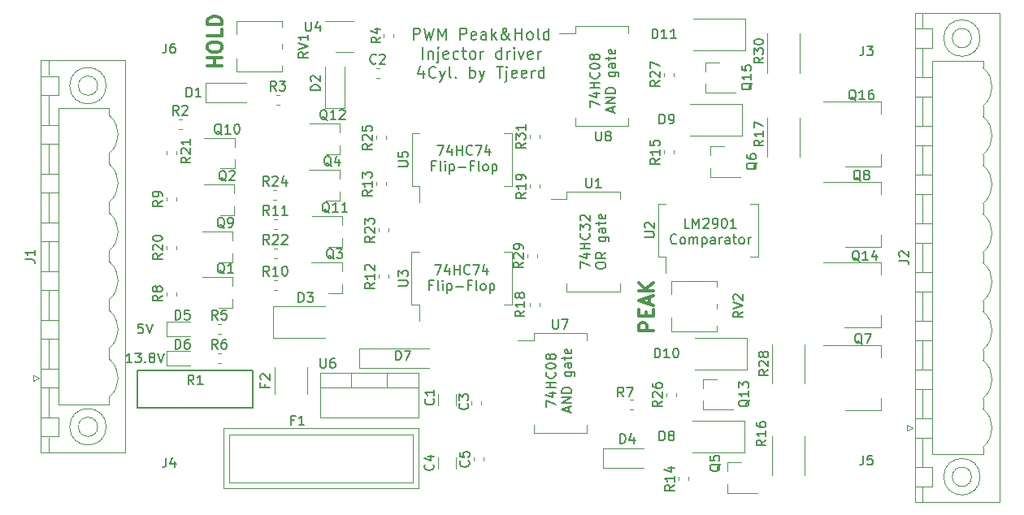
<source format=gbr>
G04 #@! TF.GenerationSoftware,KiCad,Pcbnew,5.1.6-c6e7f7d~86~ubuntu18.04.1*
G04 #@! TF.CreationDate,2020-07-04T00:52:20+02:00*
G04 #@! TF.ProjectId,PeakHoldPWMDriver,5065616b-486f-46c6-9450-574d44726976,rev?*
G04 #@! TF.SameCoordinates,Original*
G04 #@! TF.FileFunction,Legend,Top*
G04 #@! TF.FilePolarity,Positive*
%FSLAX46Y46*%
G04 Gerber Fmt 4.6, Leading zero omitted, Abs format (unit mm)*
G04 Created by KiCad (PCBNEW 5.1.6-c6e7f7d~86~ubuntu18.04.1) date 2020-07-04 00:52:20*
%MOMM*%
%LPD*%
G01*
G04 APERTURE LIST*
%ADD10C,0.150000*%
%ADD11C,0.200000*%
%ADD12C,0.300000*%
%ADD13C,0.120000*%
G04 APERTURE END LIST*
D10*
X179443333Y-88273380D02*
X178967142Y-88273380D01*
X178967142Y-87273380D01*
X179776666Y-88273380D02*
X179776666Y-87273380D01*
X180110000Y-87987666D01*
X180443333Y-87273380D01*
X180443333Y-88273380D01*
X180871904Y-87368619D02*
X180919523Y-87321000D01*
X181014761Y-87273380D01*
X181252857Y-87273380D01*
X181348095Y-87321000D01*
X181395714Y-87368619D01*
X181443333Y-87463857D01*
X181443333Y-87559095D01*
X181395714Y-87701952D01*
X180824285Y-88273380D01*
X181443333Y-88273380D01*
X181919523Y-88273380D02*
X182110000Y-88273380D01*
X182205238Y-88225761D01*
X182252857Y-88178142D01*
X182348095Y-88035285D01*
X182395714Y-87844809D01*
X182395714Y-87463857D01*
X182348095Y-87368619D01*
X182300476Y-87321000D01*
X182205238Y-87273380D01*
X182014761Y-87273380D01*
X181919523Y-87321000D01*
X181871904Y-87368619D01*
X181824285Y-87463857D01*
X181824285Y-87701952D01*
X181871904Y-87797190D01*
X181919523Y-87844809D01*
X182014761Y-87892428D01*
X182205238Y-87892428D01*
X182300476Y-87844809D01*
X182348095Y-87797190D01*
X182395714Y-87701952D01*
X183014761Y-87273380D02*
X183110000Y-87273380D01*
X183205238Y-87321000D01*
X183252857Y-87368619D01*
X183300476Y-87463857D01*
X183348095Y-87654333D01*
X183348095Y-87892428D01*
X183300476Y-88082904D01*
X183252857Y-88178142D01*
X183205238Y-88225761D01*
X183110000Y-88273380D01*
X183014761Y-88273380D01*
X182919523Y-88225761D01*
X182871904Y-88178142D01*
X182824285Y-88082904D01*
X182776666Y-87892428D01*
X182776666Y-87654333D01*
X182824285Y-87463857D01*
X182871904Y-87368619D01*
X182919523Y-87321000D01*
X183014761Y-87273380D01*
X184300476Y-88273380D02*
X183729047Y-88273380D01*
X184014761Y-88273380D02*
X184014761Y-87273380D01*
X183919523Y-87416238D01*
X183824285Y-87511476D01*
X183729047Y-87559095D01*
X178086190Y-89828142D02*
X178038571Y-89875761D01*
X177895714Y-89923380D01*
X177800476Y-89923380D01*
X177657619Y-89875761D01*
X177562380Y-89780523D01*
X177514761Y-89685285D01*
X177467142Y-89494809D01*
X177467142Y-89351952D01*
X177514761Y-89161476D01*
X177562380Y-89066238D01*
X177657619Y-88971000D01*
X177800476Y-88923380D01*
X177895714Y-88923380D01*
X178038571Y-88971000D01*
X178086190Y-89018619D01*
X178657619Y-89923380D02*
X178562380Y-89875761D01*
X178514761Y-89828142D01*
X178467142Y-89732904D01*
X178467142Y-89447190D01*
X178514761Y-89351952D01*
X178562380Y-89304333D01*
X178657619Y-89256714D01*
X178800476Y-89256714D01*
X178895714Y-89304333D01*
X178943333Y-89351952D01*
X178990952Y-89447190D01*
X178990952Y-89732904D01*
X178943333Y-89828142D01*
X178895714Y-89875761D01*
X178800476Y-89923380D01*
X178657619Y-89923380D01*
X179419523Y-89923380D02*
X179419523Y-89256714D01*
X179419523Y-89351952D02*
X179467142Y-89304333D01*
X179562380Y-89256714D01*
X179705238Y-89256714D01*
X179800476Y-89304333D01*
X179848095Y-89399571D01*
X179848095Y-89923380D01*
X179848095Y-89399571D02*
X179895714Y-89304333D01*
X179990952Y-89256714D01*
X180133809Y-89256714D01*
X180229047Y-89304333D01*
X180276666Y-89399571D01*
X180276666Y-89923380D01*
X180752857Y-89256714D02*
X180752857Y-90256714D01*
X180752857Y-89304333D02*
X180848095Y-89256714D01*
X181038571Y-89256714D01*
X181133809Y-89304333D01*
X181181428Y-89351952D01*
X181229047Y-89447190D01*
X181229047Y-89732904D01*
X181181428Y-89828142D01*
X181133809Y-89875761D01*
X181038571Y-89923380D01*
X180848095Y-89923380D01*
X180752857Y-89875761D01*
X182086190Y-89923380D02*
X182086190Y-89399571D01*
X182038571Y-89304333D01*
X181943333Y-89256714D01*
X181752857Y-89256714D01*
X181657619Y-89304333D01*
X182086190Y-89875761D02*
X181990952Y-89923380D01*
X181752857Y-89923380D01*
X181657619Y-89875761D01*
X181610000Y-89780523D01*
X181610000Y-89685285D01*
X181657619Y-89590047D01*
X181752857Y-89542428D01*
X181990952Y-89542428D01*
X182086190Y-89494809D01*
X182562380Y-89923380D02*
X182562380Y-89256714D01*
X182562380Y-89447190D02*
X182610000Y-89351952D01*
X182657619Y-89304333D01*
X182752857Y-89256714D01*
X182848095Y-89256714D01*
X183610000Y-89923380D02*
X183610000Y-89399571D01*
X183562380Y-89304333D01*
X183467142Y-89256714D01*
X183276666Y-89256714D01*
X183181428Y-89304333D01*
X183610000Y-89875761D02*
X183514761Y-89923380D01*
X183276666Y-89923380D01*
X183181428Y-89875761D01*
X183133809Y-89780523D01*
X183133809Y-89685285D01*
X183181428Y-89590047D01*
X183276666Y-89542428D01*
X183514761Y-89542428D01*
X183610000Y-89494809D01*
X183943333Y-89256714D02*
X184324285Y-89256714D01*
X184086190Y-88923380D02*
X184086190Y-89780523D01*
X184133809Y-89875761D01*
X184229047Y-89923380D01*
X184324285Y-89923380D01*
X184800476Y-89923380D02*
X184705238Y-89875761D01*
X184657619Y-89828142D01*
X184610000Y-89732904D01*
X184610000Y-89447190D01*
X184657619Y-89351952D01*
X184705238Y-89304333D01*
X184800476Y-89256714D01*
X184943333Y-89256714D01*
X185038571Y-89304333D01*
X185086190Y-89351952D01*
X185133809Y-89447190D01*
X185133809Y-89732904D01*
X185086190Y-89828142D01*
X185038571Y-89875761D01*
X184943333Y-89923380D01*
X184800476Y-89923380D01*
X185562380Y-89923380D02*
X185562380Y-89256714D01*
X185562380Y-89447190D02*
X185610000Y-89351952D01*
X185657619Y-89304333D01*
X185752857Y-89256714D01*
X185848095Y-89256714D01*
X168045380Y-92447714D02*
X168045380Y-91781047D01*
X169045380Y-92209619D01*
X168378714Y-90971523D02*
X169045380Y-90971523D01*
X167997761Y-91209619D02*
X168712047Y-91447714D01*
X168712047Y-90828666D01*
X169045380Y-90447714D02*
X168045380Y-90447714D01*
X168521571Y-90447714D02*
X168521571Y-89876285D01*
X169045380Y-89876285D02*
X168045380Y-89876285D01*
X168950142Y-88828666D02*
X168997761Y-88876285D01*
X169045380Y-89019142D01*
X169045380Y-89114380D01*
X168997761Y-89257238D01*
X168902523Y-89352476D01*
X168807285Y-89400095D01*
X168616809Y-89447714D01*
X168473952Y-89447714D01*
X168283476Y-89400095D01*
X168188238Y-89352476D01*
X168093000Y-89257238D01*
X168045380Y-89114380D01*
X168045380Y-89019142D01*
X168093000Y-88876285D01*
X168140619Y-88828666D01*
X168045380Y-88495333D02*
X168045380Y-87876285D01*
X168426333Y-88209619D01*
X168426333Y-88066761D01*
X168473952Y-87971523D01*
X168521571Y-87923904D01*
X168616809Y-87876285D01*
X168854904Y-87876285D01*
X168950142Y-87923904D01*
X168997761Y-87971523D01*
X169045380Y-88066761D01*
X169045380Y-88352476D01*
X168997761Y-88447714D01*
X168950142Y-88495333D01*
X168140619Y-87495333D02*
X168093000Y-87447714D01*
X168045380Y-87352476D01*
X168045380Y-87114380D01*
X168093000Y-87019142D01*
X168140619Y-86971523D01*
X168235857Y-86923904D01*
X168331095Y-86923904D01*
X168473952Y-86971523D01*
X169045380Y-87542952D01*
X169045380Y-86923904D01*
X169695380Y-92257238D02*
X169695380Y-92066761D01*
X169743000Y-91971523D01*
X169838238Y-91876285D01*
X170028714Y-91828666D01*
X170362047Y-91828666D01*
X170552523Y-91876285D01*
X170647761Y-91971523D01*
X170695380Y-92066761D01*
X170695380Y-92257238D01*
X170647761Y-92352476D01*
X170552523Y-92447714D01*
X170362047Y-92495333D01*
X170028714Y-92495333D01*
X169838238Y-92447714D01*
X169743000Y-92352476D01*
X169695380Y-92257238D01*
X170695380Y-90828666D02*
X170219190Y-91162000D01*
X170695380Y-91400095D02*
X169695380Y-91400095D01*
X169695380Y-91019142D01*
X169743000Y-90923904D01*
X169790619Y-90876285D01*
X169885857Y-90828666D01*
X170028714Y-90828666D01*
X170123952Y-90876285D01*
X170171571Y-90923904D01*
X170219190Y-91019142D01*
X170219190Y-91400095D01*
X170028714Y-89209619D02*
X170838238Y-89209619D01*
X170933476Y-89257238D01*
X170981095Y-89304857D01*
X171028714Y-89400095D01*
X171028714Y-89542952D01*
X170981095Y-89638190D01*
X170647761Y-89209619D02*
X170695380Y-89304857D01*
X170695380Y-89495333D01*
X170647761Y-89590571D01*
X170600142Y-89638190D01*
X170504904Y-89685809D01*
X170219190Y-89685809D01*
X170123952Y-89638190D01*
X170076333Y-89590571D01*
X170028714Y-89495333D01*
X170028714Y-89304857D01*
X170076333Y-89209619D01*
X170695380Y-88304857D02*
X170171571Y-88304857D01*
X170076333Y-88352476D01*
X170028714Y-88447714D01*
X170028714Y-88638190D01*
X170076333Y-88733428D01*
X170647761Y-88304857D02*
X170695380Y-88400095D01*
X170695380Y-88638190D01*
X170647761Y-88733428D01*
X170552523Y-88781047D01*
X170457285Y-88781047D01*
X170362047Y-88733428D01*
X170314428Y-88638190D01*
X170314428Y-88400095D01*
X170266809Y-88304857D01*
X170028714Y-87971523D02*
X170028714Y-87590571D01*
X169695380Y-87828666D02*
X170552523Y-87828666D01*
X170647761Y-87781047D01*
X170695380Y-87685809D01*
X170695380Y-87590571D01*
X170647761Y-86876285D02*
X170695380Y-86971523D01*
X170695380Y-87162000D01*
X170647761Y-87257238D01*
X170552523Y-87304857D01*
X170171571Y-87304857D01*
X170076333Y-87257238D01*
X170028714Y-87162000D01*
X170028714Y-86971523D01*
X170076333Y-86876285D01*
X170171571Y-86828666D01*
X170266809Y-86828666D01*
X170362047Y-87304857D01*
X169061380Y-75683714D02*
X169061380Y-75017047D01*
X170061380Y-75445619D01*
X169394714Y-74207523D02*
X170061380Y-74207523D01*
X169013761Y-74445619D02*
X169728047Y-74683714D01*
X169728047Y-74064666D01*
X170061380Y-73683714D02*
X169061380Y-73683714D01*
X169537571Y-73683714D02*
X169537571Y-73112285D01*
X170061380Y-73112285D02*
X169061380Y-73112285D01*
X169966142Y-72064666D02*
X170013761Y-72112285D01*
X170061380Y-72255142D01*
X170061380Y-72350380D01*
X170013761Y-72493238D01*
X169918523Y-72588476D01*
X169823285Y-72636095D01*
X169632809Y-72683714D01*
X169489952Y-72683714D01*
X169299476Y-72636095D01*
X169204238Y-72588476D01*
X169109000Y-72493238D01*
X169061380Y-72350380D01*
X169061380Y-72255142D01*
X169109000Y-72112285D01*
X169156619Y-72064666D01*
X169061380Y-71445619D02*
X169061380Y-71350380D01*
X169109000Y-71255142D01*
X169156619Y-71207523D01*
X169251857Y-71159904D01*
X169442333Y-71112285D01*
X169680428Y-71112285D01*
X169870904Y-71159904D01*
X169966142Y-71207523D01*
X170013761Y-71255142D01*
X170061380Y-71350380D01*
X170061380Y-71445619D01*
X170013761Y-71540857D01*
X169966142Y-71588476D01*
X169870904Y-71636095D01*
X169680428Y-71683714D01*
X169442333Y-71683714D01*
X169251857Y-71636095D01*
X169156619Y-71588476D01*
X169109000Y-71540857D01*
X169061380Y-71445619D01*
X169489952Y-70540857D02*
X169442333Y-70636095D01*
X169394714Y-70683714D01*
X169299476Y-70731333D01*
X169251857Y-70731333D01*
X169156619Y-70683714D01*
X169109000Y-70636095D01*
X169061380Y-70540857D01*
X169061380Y-70350380D01*
X169109000Y-70255142D01*
X169156619Y-70207523D01*
X169251857Y-70159904D01*
X169299476Y-70159904D01*
X169394714Y-70207523D01*
X169442333Y-70255142D01*
X169489952Y-70350380D01*
X169489952Y-70540857D01*
X169537571Y-70636095D01*
X169585190Y-70683714D01*
X169680428Y-70731333D01*
X169870904Y-70731333D01*
X169966142Y-70683714D01*
X170013761Y-70636095D01*
X170061380Y-70540857D01*
X170061380Y-70350380D01*
X170013761Y-70255142D01*
X169966142Y-70207523D01*
X169870904Y-70159904D01*
X169680428Y-70159904D01*
X169585190Y-70207523D01*
X169537571Y-70255142D01*
X169489952Y-70350380D01*
X171425666Y-76159904D02*
X171425666Y-75683714D01*
X171711380Y-76255142D02*
X170711380Y-75921809D01*
X171711380Y-75588476D01*
X171711380Y-75255142D02*
X170711380Y-75255142D01*
X171711380Y-74683714D01*
X170711380Y-74683714D01*
X171711380Y-74207523D02*
X170711380Y-74207523D01*
X170711380Y-73969428D01*
X170759000Y-73826571D01*
X170854238Y-73731333D01*
X170949476Y-73683714D01*
X171139952Y-73636095D01*
X171282809Y-73636095D01*
X171473285Y-73683714D01*
X171568523Y-73731333D01*
X171663761Y-73826571D01*
X171711380Y-73969428D01*
X171711380Y-74207523D01*
X171044714Y-72017047D02*
X171854238Y-72017047D01*
X171949476Y-72064666D01*
X171997095Y-72112285D01*
X172044714Y-72207523D01*
X172044714Y-72350380D01*
X171997095Y-72445619D01*
X171663761Y-72017047D02*
X171711380Y-72112285D01*
X171711380Y-72302761D01*
X171663761Y-72398000D01*
X171616142Y-72445619D01*
X171520904Y-72493238D01*
X171235190Y-72493238D01*
X171139952Y-72445619D01*
X171092333Y-72398000D01*
X171044714Y-72302761D01*
X171044714Y-72112285D01*
X171092333Y-72017047D01*
X171711380Y-71112285D02*
X171187571Y-71112285D01*
X171092333Y-71159904D01*
X171044714Y-71255142D01*
X171044714Y-71445619D01*
X171092333Y-71540857D01*
X171663761Y-71112285D02*
X171711380Y-71207523D01*
X171711380Y-71445619D01*
X171663761Y-71540857D01*
X171568523Y-71588476D01*
X171473285Y-71588476D01*
X171378047Y-71540857D01*
X171330428Y-71445619D01*
X171330428Y-71207523D01*
X171282809Y-71112285D01*
X171044714Y-70778952D02*
X171044714Y-70398000D01*
X170711380Y-70636095D02*
X171568523Y-70636095D01*
X171663761Y-70588476D01*
X171711380Y-70493238D01*
X171711380Y-70398000D01*
X171663761Y-69683714D02*
X171711380Y-69778952D01*
X171711380Y-69969428D01*
X171663761Y-70064666D01*
X171568523Y-70112285D01*
X171187571Y-70112285D01*
X171092333Y-70064666D01*
X171044714Y-69969428D01*
X171044714Y-69778952D01*
X171092333Y-69683714D01*
X171187571Y-69636095D01*
X171282809Y-69636095D01*
X171378047Y-70112285D01*
X164489380Y-106925714D02*
X164489380Y-106259047D01*
X165489380Y-106687619D01*
X164822714Y-105449523D02*
X165489380Y-105449523D01*
X164441761Y-105687619D02*
X165156047Y-105925714D01*
X165156047Y-105306666D01*
X165489380Y-104925714D02*
X164489380Y-104925714D01*
X164965571Y-104925714D02*
X164965571Y-104354285D01*
X165489380Y-104354285D02*
X164489380Y-104354285D01*
X165394142Y-103306666D02*
X165441761Y-103354285D01*
X165489380Y-103497142D01*
X165489380Y-103592380D01*
X165441761Y-103735238D01*
X165346523Y-103830476D01*
X165251285Y-103878095D01*
X165060809Y-103925714D01*
X164917952Y-103925714D01*
X164727476Y-103878095D01*
X164632238Y-103830476D01*
X164537000Y-103735238D01*
X164489380Y-103592380D01*
X164489380Y-103497142D01*
X164537000Y-103354285D01*
X164584619Y-103306666D01*
X164489380Y-102687619D02*
X164489380Y-102592380D01*
X164537000Y-102497142D01*
X164584619Y-102449523D01*
X164679857Y-102401904D01*
X164870333Y-102354285D01*
X165108428Y-102354285D01*
X165298904Y-102401904D01*
X165394142Y-102449523D01*
X165441761Y-102497142D01*
X165489380Y-102592380D01*
X165489380Y-102687619D01*
X165441761Y-102782857D01*
X165394142Y-102830476D01*
X165298904Y-102878095D01*
X165108428Y-102925714D01*
X164870333Y-102925714D01*
X164679857Y-102878095D01*
X164584619Y-102830476D01*
X164537000Y-102782857D01*
X164489380Y-102687619D01*
X164917952Y-101782857D02*
X164870333Y-101878095D01*
X164822714Y-101925714D01*
X164727476Y-101973333D01*
X164679857Y-101973333D01*
X164584619Y-101925714D01*
X164537000Y-101878095D01*
X164489380Y-101782857D01*
X164489380Y-101592380D01*
X164537000Y-101497142D01*
X164584619Y-101449523D01*
X164679857Y-101401904D01*
X164727476Y-101401904D01*
X164822714Y-101449523D01*
X164870333Y-101497142D01*
X164917952Y-101592380D01*
X164917952Y-101782857D01*
X164965571Y-101878095D01*
X165013190Y-101925714D01*
X165108428Y-101973333D01*
X165298904Y-101973333D01*
X165394142Y-101925714D01*
X165441761Y-101878095D01*
X165489380Y-101782857D01*
X165489380Y-101592380D01*
X165441761Y-101497142D01*
X165394142Y-101449523D01*
X165298904Y-101401904D01*
X165108428Y-101401904D01*
X165013190Y-101449523D01*
X164965571Y-101497142D01*
X164917952Y-101592380D01*
X166853666Y-107401904D02*
X166853666Y-106925714D01*
X167139380Y-107497142D02*
X166139380Y-107163809D01*
X167139380Y-106830476D01*
X167139380Y-106497142D02*
X166139380Y-106497142D01*
X167139380Y-105925714D01*
X166139380Y-105925714D01*
X167139380Y-105449523D02*
X166139380Y-105449523D01*
X166139380Y-105211428D01*
X166187000Y-105068571D01*
X166282238Y-104973333D01*
X166377476Y-104925714D01*
X166567952Y-104878095D01*
X166710809Y-104878095D01*
X166901285Y-104925714D01*
X166996523Y-104973333D01*
X167091761Y-105068571D01*
X167139380Y-105211428D01*
X167139380Y-105449523D01*
X166472714Y-103259047D02*
X167282238Y-103259047D01*
X167377476Y-103306666D01*
X167425095Y-103354285D01*
X167472714Y-103449523D01*
X167472714Y-103592380D01*
X167425095Y-103687619D01*
X167091761Y-103259047D02*
X167139380Y-103354285D01*
X167139380Y-103544761D01*
X167091761Y-103640000D01*
X167044142Y-103687619D01*
X166948904Y-103735238D01*
X166663190Y-103735238D01*
X166567952Y-103687619D01*
X166520333Y-103640000D01*
X166472714Y-103544761D01*
X166472714Y-103354285D01*
X166520333Y-103259047D01*
X167139380Y-102354285D02*
X166615571Y-102354285D01*
X166520333Y-102401904D01*
X166472714Y-102497142D01*
X166472714Y-102687619D01*
X166520333Y-102782857D01*
X167091761Y-102354285D02*
X167139380Y-102449523D01*
X167139380Y-102687619D01*
X167091761Y-102782857D01*
X166996523Y-102830476D01*
X166901285Y-102830476D01*
X166806047Y-102782857D01*
X166758428Y-102687619D01*
X166758428Y-102449523D01*
X166710809Y-102354285D01*
X166472714Y-102020952D02*
X166472714Y-101640000D01*
X166139380Y-101878095D02*
X166996523Y-101878095D01*
X167091761Y-101830476D01*
X167139380Y-101735238D01*
X167139380Y-101640000D01*
X167091761Y-100925714D02*
X167139380Y-101020952D01*
X167139380Y-101211428D01*
X167091761Y-101306666D01*
X166996523Y-101354285D01*
X166615571Y-101354285D01*
X166520333Y-101306666D01*
X166472714Y-101211428D01*
X166472714Y-101020952D01*
X166520333Y-100925714D01*
X166615571Y-100878095D01*
X166710809Y-100878095D01*
X166806047Y-101354285D01*
X152916285Y-92099380D02*
X153582952Y-92099380D01*
X153154380Y-93099380D01*
X154392476Y-92432714D02*
X154392476Y-93099380D01*
X154154380Y-92051761D02*
X153916285Y-92766047D01*
X154535333Y-92766047D01*
X154916285Y-93099380D02*
X154916285Y-92099380D01*
X154916285Y-92575571D02*
X155487714Y-92575571D01*
X155487714Y-93099380D02*
X155487714Y-92099380D01*
X156535333Y-93004142D02*
X156487714Y-93051761D01*
X156344857Y-93099380D01*
X156249619Y-93099380D01*
X156106761Y-93051761D01*
X156011523Y-92956523D01*
X155963904Y-92861285D01*
X155916285Y-92670809D01*
X155916285Y-92527952D01*
X155963904Y-92337476D01*
X156011523Y-92242238D01*
X156106761Y-92147000D01*
X156249619Y-92099380D01*
X156344857Y-92099380D01*
X156487714Y-92147000D01*
X156535333Y-92194619D01*
X156868666Y-92099380D02*
X157535333Y-92099380D01*
X157106761Y-93099380D01*
X158344857Y-92432714D02*
X158344857Y-93099380D01*
X158106761Y-92051761D02*
X157868666Y-92766047D01*
X158487714Y-92766047D01*
X152678190Y-94225571D02*
X152344857Y-94225571D01*
X152344857Y-94749380D02*
X152344857Y-93749380D01*
X152821047Y-93749380D01*
X153344857Y-94749380D02*
X153249619Y-94701761D01*
X153202000Y-94606523D01*
X153202000Y-93749380D01*
X153725809Y-94749380D02*
X153725809Y-94082714D01*
X153725809Y-93749380D02*
X153678190Y-93797000D01*
X153725809Y-93844619D01*
X153773428Y-93797000D01*
X153725809Y-93749380D01*
X153725809Y-93844619D01*
X154202000Y-94082714D02*
X154202000Y-95082714D01*
X154202000Y-94130333D02*
X154297238Y-94082714D01*
X154487714Y-94082714D01*
X154582952Y-94130333D01*
X154630571Y-94177952D01*
X154678190Y-94273190D01*
X154678190Y-94558904D01*
X154630571Y-94654142D01*
X154582952Y-94701761D01*
X154487714Y-94749380D01*
X154297238Y-94749380D01*
X154202000Y-94701761D01*
X155106761Y-94368428D02*
X155868666Y-94368428D01*
X156678190Y-94225571D02*
X156344857Y-94225571D01*
X156344857Y-94749380D02*
X156344857Y-93749380D01*
X156821047Y-93749380D01*
X157344857Y-94749380D02*
X157249619Y-94701761D01*
X157202000Y-94606523D01*
X157202000Y-93749380D01*
X157868666Y-94749380D02*
X157773428Y-94701761D01*
X157725809Y-94654142D01*
X157678190Y-94558904D01*
X157678190Y-94273190D01*
X157725809Y-94177952D01*
X157773428Y-94130333D01*
X157868666Y-94082714D01*
X158011523Y-94082714D01*
X158106761Y-94130333D01*
X158154380Y-94177952D01*
X158202000Y-94273190D01*
X158202000Y-94558904D01*
X158154380Y-94654142D01*
X158106761Y-94701761D01*
X158011523Y-94749380D01*
X157868666Y-94749380D01*
X158630571Y-94082714D02*
X158630571Y-95082714D01*
X158630571Y-94130333D02*
X158725809Y-94082714D01*
X158916285Y-94082714D01*
X159011523Y-94130333D01*
X159059142Y-94177952D01*
X159106761Y-94273190D01*
X159106761Y-94558904D01*
X159059142Y-94654142D01*
X159011523Y-94701761D01*
X158916285Y-94749380D01*
X158725809Y-94749380D01*
X158630571Y-94701761D01*
X153170285Y-79653380D02*
X153836952Y-79653380D01*
X153408380Y-80653380D01*
X154646476Y-79986714D02*
X154646476Y-80653380D01*
X154408380Y-79605761D02*
X154170285Y-80320047D01*
X154789333Y-80320047D01*
X155170285Y-80653380D02*
X155170285Y-79653380D01*
X155170285Y-80129571D02*
X155741714Y-80129571D01*
X155741714Y-80653380D02*
X155741714Y-79653380D01*
X156789333Y-80558142D02*
X156741714Y-80605761D01*
X156598857Y-80653380D01*
X156503619Y-80653380D01*
X156360761Y-80605761D01*
X156265523Y-80510523D01*
X156217904Y-80415285D01*
X156170285Y-80224809D01*
X156170285Y-80081952D01*
X156217904Y-79891476D01*
X156265523Y-79796238D01*
X156360761Y-79701000D01*
X156503619Y-79653380D01*
X156598857Y-79653380D01*
X156741714Y-79701000D01*
X156789333Y-79748619D01*
X157122666Y-79653380D02*
X157789333Y-79653380D01*
X157360761Y-80653380D01*
X158598857Y-79986714D02*
X158598857Y-80653380D01*
X158360761Y-79605761D02*
X158122666Y-80320047D01*
X158741714Y-80320047D01*
X152932190Y-81779571D02*
X152598857Y-81779571D01*
X152598857Y-82303380D02*
X152598857Y-81303380D01*
X153075047Y-81303380D01*
X153598857Y-82303380D02*
X153503619Y-82255761D01*
X153456000Y-82160523D01*
X153456000Y-81303380D01*
X153979809Y-82303380D02*
X153979809Y-81636714D01*
X153979809Y-81303380D02*
X153932190Y-81351000D01*
X153979809Y-81398619D01*
X154027428Y-81351000D01*
X153979809Y-81303380D01*
X153979809Y-81398619D01*
X154456000Y-81636714D02*
X154456000Y-82636714D01*
X154456000Y-81684333D02*
X154551238Y-81636714D01*
X154741714Y-81636714D01*
X154836952Y-81684333D01*
X154884571Y-81731952D01*
X154932190Y-81827190D01*
X154932190Y-82112904D01*
X154884571Y-82208142D01*
X154836952Y-82255761D01*
X154741714Y-82303380D01*
X154551238Y-82303380D01*
X154456000Y-82255761D01*
X155360761Y-81922428D02*
X156122666Y-81922428D01*
X156932190Y-81779571D02*
X156598857Y-81779571D01*
X156598857Y-82303380D02*
X156598857Y-81303380D01*
X157075047Y-81303380D01*
X157598857Y-82303380D02*
X157503619Y-82255761D01*
X157456000Y-82160523D01*
X157456000Y-81303380D01*
X158122666Y-82303380D02*
X158027428Y-82255761D01*
X157979809Y-82208142D01*
X157932190Y-82112904D01*
X157932190Y-81827190D01*
X157979809Y-81731952D01*
X158027428Y-81684333D01*
X158122666Y-81636714D01*
X158265523Y-81636714D01*
X158360761Y-81684333D01*
X158408380Y-81731952D01*
X158456000Y-81827190D01*
X158456000Y-82112904D01*
X158408380Y-82208142D01*
X158360761Y-82255761D01*
X158265523Y-82303380D01*
X158122666Y-82303380D01*
X158884571Y-81636714D02*
X158884571Y-82636714D01*
X158884571Y-81684333D02*
X158979809Y-81636714D01*
X159170285Y-81636714D01*
X159265523Y-81684333D01*
X159313142Y-81731952D01*
X159360761Y-81827190D01*
X159360761Y-82112904D01*
X159313142Y-82208142D01*
X159265523Y-82255761D01*
X159170285Y-82303380D01*
X158979809Y-82303380D01*
X158884571Y-82255761D01*
X121348666Y-102306380D02*
X120777238Y-102306380D01*
X121062952Y-102306380D02*
X121062952Y-101306380D01*
X120967714Y-101449238D01*
X120872476Y-101544476D01*
X120777238Y-101592095D01*
X121682000Y-101306380D02*
X122301047Y-101306380D01*
X121967714Y-101687333D01*
X122110571Y-101687333D01*
X122205809Y-101734952D01*
X122253428Y-101782571D01*
X122301047Y-101877809D01*
X122301047Y-102115904D01*
X122253428Y-102211142D01*
X122205809Y-102258761D01*
X122110571Y-102306380D01*
X121824857Y-102306380D01*
X121729619Y-102258761D01*
X121682000Y-102211142D01*
X122729619Y-102211142D02*
X122777238Y-102258761D01*
X122729619Y-102306380D01*
X122682000Y-102258761D01*
X122729619Y-102211142D01*
X122729619Y-102306380D01*
X123348666Y-101734952D02*
X123253428Y-101687333D01*
X123205809Y-101639714D01*
X123158190Y-101544476D01*
X123158190Y-101496857D01*
X123205809Y-101401619D01*
X123253428Y-101354000D01*
X123348666Y-101306380D01*
X123539142Y-101306380D01*
X123634380Y-101354000D01*
X123682000Y-101401619D01*
X123729619Y-101496857D01*
X123729619Y-101544476D01*
X123682000Y-101639714D01*
X123634380Y-101687333D01*
X123539142Y-101734952D01*
X123348666Y-101734952D01*
X123253428Y-101782571D01*
X123205809Y-101830190D01*
X123158190Y-101925428D01*
X123158190Y-102115904D01*
X123205809Y-102211142D01*
X123253428Y-102258761D01*
X123348666Y-102306380D01*
X123539142Y-102306380D01*
X123634380Y-102258761D01*
X123682000Y-102211142D01*
X123729619Y-102115904D01*
X123729619Y-101925428D01*
X123682000Y-101830190D01*
X123634380Y-101782571D01*
X123539142Y-101734952D01*
X124015333Y-101306380D02*
X124348666Y-102306380D01*
X124682000Y-101306380D01*
X122491523Y-98258380D02*
X122015333Y-98258380D01*
X121967714Y-98734571D01*
X122015333Y-98686952D01*
X122110571Y-98639333D01*
X122348666Y-98639333D01*
X122443904Y-98686952D01*
X122491523Y-98734571D01*
X122539142Y-98829809D01*
X122539142Y-99067904D01*
X122491523Y-99163142D01*
X122443904Y-99210761D01*
X122348666Y-99258380D01*
X122110571Y-99258380D01*
X122015333Y-99210761D01*
X121967714Y-99163142D01*
X122824857Y-98258380D02*
X123158190Y-99258380D01*
X123491523Y-98258380D01*
D11*
X150676857Y-68646857D02*
X150676857Y-67446857D01*
X151134000Y-67446857D01*
X151248285Y-67504000D01*
X151305428Y-67561142D01*
X151362571Y-67675428D01*
X151362571Y-67846857D01*
X151305428Y-67961142D01*
X151248285Y-68018285D01*
X151134000Y-68075428D01*
X150676857Y-68075428D01*
X151762571Y-67446857D02*
X152048285Y-68646857D01*
X152276857Y-67789714D01*
X152505428Y-68646857D01*
X152791142Y-67446857D01*
X153248285Y-68646857D02*
X153248285Y-67446857D01*
X153648285Y-68304000D01*
X154048285Y-67446857D01*
X154048285Y-68646857D01*
X155534000Y-68646857D02*
X155534000Y-67446857D01*
X155991142Y-67446857D01*
X156105428Y-67504000D01*
X156162571Y-67561142D01*
X156219714Y-67675428D01*
X156219714Y-67846857D01*
X156162571Y-67961142D01*
X156105428Y-68018285D01*
X155991142Y-68075428D01*
X155534000Y-68075428D01*
X157191142Y-68589714D02*
X157076857Y-68646857D01*
X156848285Y-68646857D01*
X156734000Y-68589714D01*
X156676857Y-68475428D01*
X156676857Y-68018285D01*
X156734000Y-67904000D01*
X156848285Y-67846857D01*
X157076857Y-67846857D01*
X157191142Y-67904000D01*
X157248285Y-68018285D01*
X157248285Y-68132571D01*
X156676857Y-68246857D01*
X158276857Y-68646857D02*
X158276857Y-68018285D01*
X158219714Y-67904000D01*
X158105428Y-67846857D01*
X157876857Y-67846857D01*
X157762571Y-67904000D01*
X158276857Y-68589714D02*
X158162571Y-68646857D01*
X157876857Y-68646857D01*
X157762571Y-68589714D01*
X157705428Y-68475428D01*
X157705428Y-68361142D01*
X157762571Y-68246857D01*
X157876857Y-68189714D01*
X158162571Y-68189714D01*
X158276857Y-68132571D01*
X158848285Y-68646857D02*
X158848285Y-67446857D01*
X158962571Y-68189714D02*
X159305428Y-68646857D01*
X159305428Y-67846857D02*
X158848285Y-68304000D01*
X160791142Y-68646857D02*
X160734000Y-68646857D01*
X160619714Y-68589714D01*
X160448285Y-68418285D01*
X160162571Y-68075428D01*
X160048285Y-67904000D01*
X159991142Y-67732571D01*
X159991142Y-67618285D01*
X160048285Y-67504000D01*
X160162571Y-67446857D01*
X160219714Y-67446857D01*
X160334000Y-67504000D01*
X160391142Y-67618285D01*
X160391142Y-67675428D01*
X160334000Y-67789714D01*
X160276857Y-67846857D01*
X159934000Y-68075428D01*
X159876857Y-68132571D01*
X159819714Y-68246857D01*
X159819714Y-68418285D01*
X159876857Y-68532571D01*
X159934000Y-68589714D01*
X160048285Y-68646857D01*
X160219714Y-68646857D01*
X160334000Y-68589714D01*
X160391142Y-68532571D01*
X160562571Y-68304000D01*
X160619714Y-68132571D01*
X160619714Y-68018285D01*
X161305428Y-68646857D02*
X161305428Y-67446857D01*
X161305428Y-68018285D02*
X161991142Y-68018285D01*
X161991142Y-68646857D02*
X161991142Y-67446857D01*
X162734000Y-68646857D02*
X162619714Y-68589714D01*
X162562571Y-68532571D01*
X162505428Y-68418285D01*
X162505428Y-68075428D01*
X162562571Y-67961142D01*
X162619714Y-67904000D01*
X162734000Y-67846857D01*
X162905428Y-67846857D01*
X163019714Y-67904000D01*
X163076857Y-67961142D01*
X163134000Y-68075428D01*
X163134000Y-68418285D01*
X163076857Y-68532571D01*
X163019714Y-68589714D01*
X162905428Y-68646857D01*
X162734000Y-68646857D01*
X163819714Y-68646857D02*
X163705428Y-68589714D01*
X163648285Y-68475428D01*
X163648285Y-67446857D01*
X164791142Y-68646857D02*
X164791142Y-67446857D01*
X164791142Y-68589714D02*
X164676857Y-68646857D01*
X164448285Y-68646857D01*
X164334000Y-68589714D01*
X164276857Y-68532571D01*
X164219714Y-68418285D01*
X164219714Y-68075428D01*
X164276857Y-67961142D01*
X164334000Y-67904000D01*
X164448285Y-67846857D01*
X164676857Y-67846857D01*
X164791142Y-67904000D01*
X151619714Y-70646857D02*
X151619714Y-69446857D01*
X152191142Y-69846857D02*
X152191142Y-70646857D01*
X152191142Y-69961142D02*
X152248285Y-69904000D01*
X152362571Y-69846857D01*
X152534000Y-69846857D01*
X152648285Y-69904000D01*
X152705428Y-70018285D01*
X152705428Y-70646857D01*
X153276857Y-69846857D02*
X153276857Y-70875428D01*
X153219714Y-70989714D01*
X153105428Y-71046857D01*
X153048285Y-71046857D01*
X153276857Y-69446857D02*
X153219714Y-69504000D01*
X153276857Y-69561142D01*
X153334000Y-69504000D01*
X153276857Y-69446857D01*
X153276857Y-69561142D01*
X154305428Y-70589714D02*
X154191142Y-70646857D01*
X153962571Y-70646857D01*
X153848285Y-70589714D01*
X153791142Y-70475428D01*
X153791142Y-70018285D01*
X153848285Y-69904000D01*
X153962571Y-69846857D01*
X154191142Y-69846857D01*
X154305428Y-69904000D01*
X154362571Y-70018285D01*
X154362571Y-70132571D01*
X153791142Y-70246857D01*
X155391142Y-70589714D02*
X155276857Y-70646857D01*
X155048285Y-70646857D01*
X154934000Y-70589714D01*
X154876857Y-70532571D01*
X154819714Y-70418285D01*
X154819714Y-70075428D01*
X154876857Y-69961142D01*
X154934000Y-69904000D01*
X155048285Y-69846857D01*
X155276857Y-69846857D01*
X155391142Y-69904000D01*
X155734000Y-69846857D02*
X156191142Y-69846857D01*
X155905428Y-69446857D02*
X155905428Y-70475428D01*
X155962571Y-70589714D01*
X156076857Y-70646857D01*
X156191142Y-70646857D01*
X156762571Y-70646857D02*
X156648285Y-70589714D01*
X156591142Y-70532571D01*
X156534000Y-70418285D01*
X156534000Y-70075428D01*
X156591142Y-69961142D01*
X156648285Y-69904000D01*
X156762571Y-69846857D01*
X156934000Y-69846857D01*
X157048285Y-69904000D01*
X157105428Y-69961142D01*
X157162571Y-70075428D01*
X157162571Y-70418285D01*
X157105428Y-70532571D01*
X157048285Y-70589714D01*
X156934000Y-70646857D01*
X156762571Y-70646857D01*
X157676857Y-70646857D02*
X157676857Y-69846857D01*
X157676857Y-70075428D02*
X157734000Y-69961142D01*
X157791142Y-69904000D01*
X157905428Y-69846857D01*
X158019714Y-69846857D01*
X159848285Y-70646857D02*
X159848285Y-69446857D01*
X159848285Y-70589714D02*
X159734000Y-70646857D01*
X159505428Y-70646857D01*
X159391142Y-70589714D01*
X159334000Y-70532571D01*
X159276857Y-70418285D01*
X159276857Y-70075428D01*
X159334000Y-69961142D01*
X159391142Y-69904000D01*
X159505428Y-69846857D01*
X159734000Y-69846857D01*
X159848285Y-69904000D01*
X160419714Y-70646857D02*
X160419714Y-69846857D01*
X160419714Y-70075428D02*
X160476857Y-69961142D01*
X160534000Y-69904000D01*
X160648285Y-69846857D01*
X160762571Y-69846857D01*
X161162571Y-70646857D02*
X161162571Y-69846857D01*
X161162571Y-69446857D02*
X161105428Y-69504000D01*
X161162571Y-69561142D01*
X161219714Y-69504000D01*
X161162571Y-69446857D01*
X161162571Y-69561142D01*
X161619714Y-69846857D02*
X161905428Y-70646857D01*
X162191142Y-69846857D01*
X163105428Y-70589714D02*
X162991142Y-70646857D01*
X162762571Y-70646857D01*
X162648285Y-70589714D01*
X162591142Y-70475428D01*
X162591142Y-70018285D01*
X162648285Y-69904000D01*
X162762571Y-69846857D01*
X162991142Y-69846857D01*
X163105428Y-69904000D01*
X163162571Y-70018285D01*
X163162571Y-70132571D01*
X162591142Y-70246857D01*
X163676857Y-70646857D02*
X163676857Y-69846857D01*
X163676857Y-70075428D02*
X163734000Y-69961142D01*
X163791142Y-69904000D01*
X163905428Y-69846857D01*
X164019714Y-69846857D01*
X151705428Y-71846857D02*
X151705428Y-72646857D01*
X151419714Y-71389714D02*
X151134000Y-72246857D01*
X151876857Y-72246857D01*
X153019714Y-72532571D02*
X152962571Y-72589714D01*
X152791142Y-72646857D01*
X152676857Y-72646857D01*
X152505428Y-72589714D01*
X152391142Y-72475428D01*
X152334000Y-72361142D01*
X152276857Y-72132571D01*
X152276857Y-71961142D01*
X152334000Y-71732571D01*
X152391142Y-71618285D01*
X152505428Y-71504000D01*
X152676857Y-71446857D01*
X152791142Y-71446857D01*
X152962571Y-71504000D01*
X153019714Y-71561142D01*
X153419714Y-71846857D02*
X153705428Y-72646857D01*
X153991142Y-71846857D02*
X153705428Y-72646857D01*
X153591142Y-72932571D01*
X153534000Y-72989714D01*
X153419714Y-73046857D01*
X154619714Y-72646857D02*
X154505428Y-72589714D01*
X154448285Y-72475428D01*
X154448285Y-71446857D01*
X155076857Y-72532571D02*
X155134000Y-72589714D01*
X155076857Y-72646857D01*
X155019714Y-72589714D01*
X155076857Y-72532571D01*
X155076857Y-72646857D01*
X156562571Y-72646857D02*
X156562571Y-71446857D01*
X156562571Y-71904000D02*
X156676857Y-71846857D01*
X156905428Y-71846857D01*
X157019714Y-71904000D01*
X157076857Y-71961142D01*
X157134000Y-72075428D01*
X157134000Y-72418285D01*
X157076857Y-72532571D01*
X157019714Y-72589714D01*
X156905428Y-72646857D01*
X156676857Y-72646857D01*
X156562571Y-72589714D01*
X157534000Y-71846857D02*
X157819714Y-72646857D01*
X158105428Y-71846857D02*
X157819714Y-72646857D01*
X157705428Y-72932571D01*
X157648285Y-72989714D01*
X157534000Y-73046857D01*
X159305428Y-71446857D02*
X159991142Y-71446857D01*
X159648285Y-72646857D02*
X159648285Y-71446857D01*
X160391142Y-71846857D02*
X160391142Y-72875428D01*
X160334000Y-72989714D01*
X160219714Y-73046857D01*
X160162571Y-73046857D01*
X160391142Y-71446857D02*
X160334000Y-71504000D01*
X160391142Y-71561142D01*
X160448285Y-71504000D01*
X160391142Y-71446857D01*
X160391142Y-71561142D01*
X161419714Y-72589714D02*
X161305428Y-72646857D01*
X161076857Y-72646857D01*
X160962571Y-72589714D01*
X160905428Y-72475428D01*
X160905428Y-72018285D01*
X160962571Y-71904000D01*
X161076857Y-71846857D01*
X161305428Y-71846857D01*
X161419714Y-71904000D01*
X161476857Y-72018285D01*
X161476857Y-72132571D01*
X160905428Y-72246857D01*
X162448285Y-72589714D02*
X162334000Y-72646857D01*
X162105428Y-72646857D01*
X161991142Y-72589714D01*
X161934000Y-72475428D01*
X161934000Y-72018285D01*
X161991142Y-71904000D01*
X162105428Y-71846857D01*
X162334000Y-71846857D01*
X162448285Y-71904000D01*
X162505428Y-72018285D01*
X162505428Y-72132571D01*
X161934000Y-72246857D01*
X163019714Y-72646857D02*
X163019714Y-71846857D01*
X163019714Y-72075428D02*
X163076857Y-71961142D01*
X163134000Y-71904000D01*
X163248285Y-71846857D01*
X163362571Y-71846857D01*
X164276857Y-72646857D02*
X164276857Y-71446857D01*
X164276857Y-72589714D02*
X164162571Y-72646857D01*
X163934000Y-72646857D01*
X163819714Y-72589714D01*
X163762571Y-72532571D01*
X163705428Y-72418285D01*
X163705428Y-72075428D01*
X163762571Y-71961142D01*
X163819714Y-71904000D01*
X163934000Y-71846857D01*
X164162571Y-71846857D01*
X164276857Y-71904000D01*
D12*
X175684571Y-98984285D02*
X174184571Y-98984285D01*
X174184571Y-98412857D01*
X174256000Y-98270000D01*
X174327428Y-98198571D01*
X174470285Y-98127142D01*
X174684571Y-98127142D01*
X174827428Y-98198571D01*
X174898857Y-98270000D01*
X174970285Y-98412857D01*
X174970285Y-98984285D01*
X174898857Y-97484285D02*
X174898857Y-96984285D01*
X175684571Y-96770000D02*
X175684571Y-97484285D01*
X174184571Y-97484285D01*
X174184571Y-96770000D01*
X175256000Y-96198571D02*
X175256000Y-95484285D01*
X175684571Y-96341428D02*
X174184571Y-95841428D01*
X175684571Y-95341428D01*
X175684571Y-94841428D02*
X174184571Y-94841428D01*
X175684571Y-93984285D02*
X174827428Y-94627142D01*
X174184571Y-93984285D02*
X175041714Y-94841428D01*
X130726571Y-71405428D02*
X129226571Y-71405428D01*
X129940857Y-71405428D02*
X129940857Y-70548285D01*
X130726571Y-70548285D02*
X129226571Y-70548285D01*
X129226571Y-69548285D02*
X129226571Y-69262571D01*
X129298000Y-69119714D01*
X129440857Y-68976857D01*
X129726571Y-68905428D01*
X130226571Y-68905428D01*
X130512285Y-68976857D01*
X130655142Y-69119714D01*
X130726571Y-69262571D01*
X130726571Y-69548285D01*
X130655142Y-69691142D01*
X130512285Y-69834000D01*
X130226571Y-69905428D01*
X129726571Y-69905428D01*
X129440857Y-69834000D01*
X129298000Y-69691142D01*
X129226571Y-69548285D01*
X130726571Y-67548285D02*
X130726571Y-68262571D01*
X129226571Y-68262571D01*
X130726571Y-67048285D02*
X129226571Y-67048285D01*
X129226571Y-66691142D01*
X129298000Y-66476857D01*
X129440857Y-66334000D01*
X129583714Y-66262571D01*
X129869428Y-66191142D01*
X130083714Y-66191142D01*
X130369428Y-66262571D01*
X130512285Y-66334000D01*
X130655142Y-66476857D01*
X130726571Y-66691142D01*
X130726571Y-67048285D01*
D13*
X174696000Y-111268000D02*
X170396000Y-111268000D01*
X170396000Y-111268000D02*
X170396000Y-113268000D01*
X170396000Y-113268000D02*
X174696000Y-113268000D01*
X160906000Y-93522000D02*
X160906000Y-90762000D01*
X160906000Y-90762000D02*
X160066000Y-90762000D01*
X160906000Y-93522000D02*
X160906000Y-96282000D01*
X160906000Y-96282000D02*
X160066000Y-96282000D01*
X150486000Y-93522000D02*
X150486000Y-90762000D01*
X150486000Y-90762000D02*
X151326000Y-90762000D01*
X150486000Y-93522000D02*
X150486000Y-96282000D01*
X150486000Y-96282000D02*
X151326000Y-96282000D01*
X151326000Y-96282000D02*
X151326000Y-97972000D01*
X167513500Y-68020000D02*
X165823500Y-68020000D01*
X167513500Y-67180000D02*
X167513500Y-68020000D01*
X170273500Y-67180000D02*
X167513500Y-67180000D01*
X173033500Y-67180000D02*
X173033500Y-68020000D01*
X170273500Y-67180000D02*
X173033500Y-67180000D01*
X167513500Y-77600000D02*
X167513500Y-76760000D01*
X170273500Y-77600000D02*
X167513500Y-77600000D01*
X173033500Y-77600000D02*
X173033500Y-76760000D01*
X170273500Y-77600000D02*
X173033500Y-77600000D01*
X165955500Y-109604000D02*
X168715500Y-109604000D01*
X168715500Y-109604000D02*
X168715500Y-108764000D01*
X165955500Y-109604000D02*
X163195500Y-109604000D01*
X163195500Y-109604000D02*
X163195500Y-108764000D01*
X165955500Y-99184000D02*
X168715500Y-99184000D01*
X168715500Y-99184000D02*
X168715500Y-100024000D01*
X165955500Y-99184000D02*
X163195500Y-99184000D01*
X163195500Y-99184000D02*
X163195500Y-100024000D01*
X163195500Y-100024000D02*
X161505500Y-100024000D01*
X166658000Y-85292000D02*
X164968000Y-85292000D01*
X166658000Y-84452000D02*
X166658000Y-85292000D01*
X169418000Y-84452000D02*
X166658000Y-84452000D01*
X172178000Y-84452000D02*
X172178000Y-85292000D01*
X169418000Y-84452000D02*
X172178000Y-84452000D01*
X166658000Y-94872000D02*
X166658000Y-94032000D01*
X169418000Y-94872000D02*
X166658000Y-94872000D01*
X172178000Y-94872000D02*
X172178000Y-94032000D01*
X169418000Y-94872000D02*
X172178000Y-94872000D01*
X185264000Y-69722000D02*
X185264000Y-66422000D01*
X185264000Y-66422000D02*
X179864000Y-66422000D01*
X185264000Y-69722000D02*
X179864000Y-69722000D01*
X185412000Y-102996000D02*
X185412000Y-99696000D01*
X185412000Y-99696000D02*
X180012000Y-99696000D01*
X185412000Y-102996000D02*
X180012000Y-102996000D01*
X184904000Y-78612000D02*
X184904000Y-75312000D01*
X184904000Y-75312000D02*
X179504000Y-75312000D01*
X184904000Y-78612000D02*
X179504000Y-78612000D01*
X185158000Y-111632000D02*
X185158000Y-108332000D01*
X185158000Y-108332000D02*
X179758000Y-108332000D01*
X185158000Y-111632000D02*
X179758000Y-111632000D01*
X136046000Y-96394000D02*
X136046000Y-99694000D01*
X136046000Y-99694000D02*
X141446000Y-99694000D01*
X136046000Y-96394000D02*
X141446000Y-96394000D01*
X187520000Y-80852564D02*
X187520000Y-76748436D01*
X190940000Y-80852564D02*
X190940000Y-76748436D01*
X191448000Y-109961936D02*
X191448000Y-114066064D01*
X188028000Y-109961936D02*
X188028000Y-114066064D01*
X152312000Y-100854000D02*
X145012000Y-100854000D01*
X145012000Y-100854000D02*
X145012000Y-102854000D01*
X145012000Y-102854000D02*
X152312000Y-102854000D01*
X127405000Y-101119000D02*
X124945000Y-101119000D01*
X124945000Y-101119000D02*
X124945000Y-102589000D01*
X124945000Y-102589000D02*
X127405000Y-102589000D01*
X127405000Y-98071000D02*
X124945000Y-98071000D01*
X124945000Y-98071000D02*
X124945000Y-99541000D01*
X124945000Y-99541000D02*
X127405000Y-99541000D01*
X199420000Y-81896000D02*
X199420000Y-80636000D01*
X199420000Y-75076000D02*
X199420000Y-76336000D01*
X195660000Y-81896000D02*
X199420000Y-81896000D01*
X193410000Y-75076000D02*
X199420000Y-75076000D01*
X199370000Y-98660000D02*
X199370000Y-97400000D01*
X199370000Y-91840000D02*
X199370000Y-93100000D01*
X195610000Y-98660000D02*
X199370000Y-98660000D01*
X193360000Y-91840000D02*
X199370000Y-91840000D01*
X199420000Y-90278000D02*
X199420000Y-89018000D01*
X199420000Y-83458000D02*
X199420000Y-84718000D01*
X195660000Y-90278000D02*
X199420000Y-90278000D01*
X193410000Y-83458000D02*
X199420000Y-83458000D01*
X199420000Y-107282000D02*
X199420000Y-106022000D01*
X199420000Y-100462000D02*
X199420000Y-101722000D01*
X195660000Y-107282000D02*
X199420000Y-107282000D01*
X193410000Y-100462000D02*
X199420000Y-100462000D01*
X160912000Y-81119500D02*
X160912000Y-78359500D01*
X160912000Y-78359500D02*
X160072000Y-78359500D01*
X160912000Y-81119500D02*
X160912000Y-83879500D01*
X160912000Y-83879500D02*
X160072000Y-83879500D01*
X150492000Y-81119500D02*
X150492000Y-78359500D01*
X150492000Y-78359500D02*
X151332000Y-78359500D01*
X150492000Y-81119500D02*
X150492000Y-83879500D01*
X150492000Y-83879500D02*
X151332000Y-83879500D01*
X151332000Y-83879500D02*
X151332000Y-85569500D01*
X136085733Y-84326000D02*
X136428267Y-84326000D01*
X136085733Y-85346000D02*
X136428267Y-85346000D01*
X136113733Y-90422000D02*
X136456267Y-90422000D01*
X136113733Y-91442000D02*
X136456267Y-91442000D01*
X176782000Y-80548267D02*
X176782000Y-80205733D01*
X177802000Y-80548267D02*
X177802000Y-80205733D01*
X178306000Y-114584267D02*
X178306000Y-114241733D01*
X179326000Y-114584267D02*
X179326000Y-114241733D01*
X146810000Y-83850267D02*
X146810000Y-83507733D01*
X147830000Y-83850267D02*
X147830000Y-83507733D01*
X147064000Y-93502267D02*
X147064000Y-93159733D01*
X148084000Y-93502267D02*
X148084000Y-93159733D01*
X136113733Y-87374000D02*
X136456267Y-87374000D01*
X136113733Y-88394000D02*
X136456267Y-88394000D01*
X136113733Y-93724000D02*
X136456267Y-93724000D01*
X136113733Y-94744000D02*
X136456267Y-94744000D01*
X125000000Y-80588267D02*
X125000000Y-80245733D01*
X126020000Y-80588267D02*
X126020000Y-80245733D01*
X124970000Y-90484267D02*
X124970000Y-90141733D01*
X125990000Y-90484267D02*
X125990000Y-90141733D01*
X124970000Y-85424267D02*
X124970000Y-85081733D01*
X125990000Y-85424267D02*
X125990000Y-85081733D01*
X124966000Y-95308267D02*
X124966000Y-94965733D01*
X125986000Y-95308267D02*
X125986000Y-94965733D01*
X181080000Y-70998000D02*
X181080000Y-71928000D01*
X181080000Y-74158000D02*
X181080000Y-73228000D01*
X181080000Y-74158000D02*
X184240000Y-74158000D01*
X181080000Y-70998000D02*
X182540000Y-70998000D01*
X181588000Y-79766000D02*
X181588000Y-80696000D01*
X181588000Y-82926000D02*
X181588000Y-81996000D01*
X181588000Y-82926000D02*
X184748000Y-82926000D01*
X181588000Y-79766000D02*
X183048000Y-79766000D01*
X183390000Y-112720000D02*
X183390000Y-113650000D01*
X183390000Y-115880000D02*
X183390000Y-114950000D01*
X183390000Y-115880000D02*
X186550000Y-115880000D01*
X183390000Y-112720000D02*
X184850000Y-112720000D01*
X143230000Y-95052000D02*
X143230000Y-94122000D01*
X143230000Y-91892000D02*
X143230000Y-92822000D01*
X143230000Y-91892000D02*
X140070000Y-91892000D01*
X143230000Y-95052000D02*
X141770000Y-95052000D01*
X132040000Y-82072000D02*
X132040000Y-81142000D01*
X132040000Y-78912000D02*
X132040000Y-79842000D01*
X132040000Y-78912000D02*
X128880000Y-78912000D01*
X132040000Y-82072000D02*
X130580000Y-82072000D01*
X131848000Y-91816000D02*
X131848000Y-90886000D01*
X131848000Y-88656000D02*
X131848000Y-89586000D01*
X131848000Y-88656000D02*
X128688000Y-88656000D01*
X131848000Y-91816000D02*
X130388000Y-91816000D01*
X132020000Y-86918000D02*
X132020000Y-85988000D01*
X132020000Y-83758000D02*
X132020000Y-84688000D01*
X132020000Y-83758000D02*
X128860000Y-83758000D01*
X132020000Y-86918000D02*
X130560000Y-86918000D01*
X131848000Y-96576000D02*
X131848000Y-95646000D01*
X131848000Y-93416000D02*
X131848000Y-94346000D01*
X131848000Y-93416000D02*
X128688000Y-93416000D01*
X131848000Y-96576000D02*
X130388000Y-96576000D01*
X209718000Y-114198000D02*
G75*
G03*
X209718000Y-114198000I-1900000J0D01*
G01*
X209718000Y-68478000D02*
G75*
G03*
X209718000Y-68478000I-1900000J0D01*
G01*
X208818000Y-114198000D02*
G75*
G03*
X208818000Y-114198000I-1000000J0D01*
G01*
X208818000Y-68478000D02*
G75*
G03*
X208818000Y-68478000I-1000000J0D01*
G01*
X202908000Y-116848000D02*
X211728000Y-116848000D01*
X211728000Y-116848000D02*
X211728000Y-65828000D01*
X211728000Y-65828000D02*
X202908000Y-65828000D01*
X202908000Y-65828000D02*
X202908000Y-116848000D01*
X203718000Y-116848000D02*
X203718000Y-115308000D01*
X203718000Y-65828000D02*
X203718000Y-67368000D01*
X203718000Y-108118000D02*
X203718000Y-105038000D01*
X203718000Y-103038000D02*
X203718000Y-99958000D01*
X203718000Y-97958000D02*
X203718000Y-94878000D01*
X203718000Y-92878000D02*
X203718000Y-89798000D01*
X203718000Y-87798000D02*
X203718000Y-84718000D01*
X203718000Y-82718000D02*
X203718000Y-79638000D01*
X203718000Y-77638000D02*
X203718000Y-74558000D01*
X204718000Y-115198000D02*
X202908000Y-115198000D01*
X202908000Y-115198000D02*
X202908000Y-113198000D01*
X202908000Y-113198000D02*
X204718000Y-113198000D01*
X204718000Y-113198000D02*
X204718000Y-115198000D01*
X204718000Y-69478000D02*
X202908000Y-69478000D01*
X202908000Y-69478000D02*
X202908000Y-67478000D01*
X202908000Y-67478000D02*
X204718000Y-67478000D01*
X204718000Y-67478000D02*
X204718000Y-69478000D01*
X203718000Y-113198000D02*
X203718000Y-110118000D01*
X203718000Y-72558000D02*
X203718000Y-69478000D01*
X204718000Y-110118000D02*
X202908000Y-110118000D01*
X202908000Y-110118000D02*
X202908000Y-108118000D01*
X202908000Y-108118000D02*
X204718000Y-108118000D01*
X204718000Y-108118000D02*
X204718000Y-110118000D01*
X204718000Y-105038000D02*
X202908000Y-105038000D01*
X202908000Y-105038000D02*
X202908000Y-103038000D01*
X202908000Y-103038000D02*
X204718000Y-103038000D01*
X204718000Y-103038000D02*
X204718000Y-105038000D01*
X204718000Y-99958000D02*
X202908000Y-99958000D01*
X202908000Y-99958000D02*
X202908000Y-97958000D01*
X202908000Y-97958000D02*
X204718000Y-97958000D01*
X204718000Y-97958000D02*
X204718000Y-99958000D01*
X204718000Y-94878000D02*
X202908000Y-94878000D01*
X202908000Y-94878000D02*
X202908000Y-92878000D01*
X202908000Y-92878000D02*
X204718000Y-92878000D01*
X204718000Y-92878000D02*
X204718000Y-94878000D01*
X204718000Y-89798000D02*
X202908000Y-89798000D01*
X202908000Y-89798000D02*
X202908000Y-87798000D01*
X202908000Y-87798000D02*
X204718000Y-87798000D01*
X204718000Y-87798000D02*
X204718000Y-89798000D01*
X204718000Y-84718000D02*
X202908000Y-84718000D01*
X202908000Y-84718000D02*
X202908000Y-82718000D01*
X202908000Y-82718000D02*
X204718000Y-82718000D01*
X204718000Y-82718000D02*
X204718000Y-84718000D01*
X204718000Y-79638000D02*
X202908000Y-79638000D01*
X202908000Y-79638000D02*
X202908000Y-77638000D01*
X202908000Y-77638000D02*
X204718000Y-77638000D01*
X204718000Y-77638000D02*
X204718000Y-79638000D01*
X204718000Y-74558000D02*
X202908000Y-74558000D01*
X202908000Y-74558000D02*
X202908000Y-72558000D01*
X202908000Y-72558000D02*
X204718000Y-72558000D01*
X204718000Y-72558000D02*
X204718000Y-74558000D01*
X210018000Y-107118000D02*
X210018000Y-106038000D01*
X210018000Y-102038000D02*
X210018000Y-100958000D01*
X210018000Y-96958000D02*
X210018000Y-95878000D01*
X210018000Y-91878000D02*
X210018000Y-90798000D01*
X210018000Y-86798000D02*
X210018000Y-85718000D01*
X210018000Y-81718000D02*
X210018000Y-80638000D01*
X210018000Y-76638000D02*
X210018000Y-75558000D01*
X210018000Y-111118000D02*
X210018000Y-111858000D01*
X210018000Y-111858000D02*
X204718000Y-111858000D01*
X204718000Y-111858000D02*
X204718000Y-70818000D01*
X204718000Y-70818000D02*
X210018000Y-70818000D01*
X210018000Y-70818000D02*
X210018000Y-71558000D01*
X202108000Y-108818000D02*
X202708000Y-109118000D01*
X202708000Y-109118000D02*
X202108000Y-109418000D01*
X202108000Y-109418000D02*
X202108000Y-108818000D01*
X210033821Y-71571159D02*
G75*
G02*
X210018000Y-75558000I-1665821J-1986841D01*
G01*
X210033821Y-76651159D02*
G75*
G02*
X210018000Y-80638000I-1665821J-1986841D01*
G01*
X210033821Y-81731159D02*
G75*
G02*
X210018000Y-85718000I-1665821J-1986841D01*
G01*
X210033821Y-86811159D02*
G75*
G02*
X210018000Y-90798000I-1665821J-1986841D01*
G01*
X210033821Y-91891159D02*
G75*
G02*
X210018000Y-95878000I-1665821J-1986841D01*
G01*
X210033821Y-96971159D02*
G75*
G02*
X210018000Y-100958000I-1665821J-1986841D01*
G01*
X210033821Y-102051159D02*
G75*
G02*
X210018000Y-106038000I-1665821J-1986841D01*
G01*
X210033821Y-107131159D02*
G75*
G02*
X210018000Y-111118000I-1665821J-1986841D01*
G01*
X118670000Y-108996000D02*
G75*
G03*
X118670000Y-108996000I-1900000J0D01*
G01*
X118670000Y-73436000D02*
G75*
G03*
X118670000Y-73436000I-1900000J0D01*
G01*
X117770000Y-108996000D02*
G75*
G03*
X117770000Y-108996000I-1000000J0D01*
G01*
X117770000Y-73436000D02*
G75*
G03*
X117770000Y-73436000I-1000000J0D01*
G01*
X111860000Y-111646000D02*
X120680000Y-111646000D01*
X120680000Y-111646000D02*
X120680000Y-70786000D01*
X120680000Y-70786000D02*
X111860000Y-70786000D01*
X111860000Y-70786000D02*
X111860000Y-111646000D01*
X112670000Y-111646000D02*
X112670000Y-110106000D01*
X112670000Y-70786000D02*
X112670000Y-72326000D01*
X112670000Y-102916000D02*
X112670000Y-99836000D01*
X112670000Y-97836000D02*
X112670000Y-94756000D01*
X112670000Y-92756000D02*
X112670000Y-89676000D01*
X112670000Y-87676000D02*
X112670000Y-84596000D01*
X112670000Y-82596000D02*
X112670000Y-79516000D01*
X113670000Y-109996000D02*
X111860000Y-109996000D01*
X111860000Y-109996000D02*
X111860000Y-107996000D01*
X111860000Y-107996000D02*
X113670000Y-107996000D01*
X113670000Y-107996000D02*
X113670000Y-109996000D01*
X113670000Y-74436000D02*
X111860000Y-74436000D01*
X111860000Y-74436000D02*
X111860000Y-72436000D01*
X111860000Y-72436000D02*
X113670000Y-72436000D01*
X113670000Y-72436000D02*
X113670000Y-74436000D01*
X112670000Y-107996000D02*
X112670000Y-104916000D01*
X112670000Y-77516000D02*
X112670000Y-74436000D01*
X113670000Y-104916000D02*
X111860000Y-104916000D01*
X111860000Y-104916000D02*
X111860000Y-102916000D01*
X111860000Y-102916000D02*
X113670000Y-102916000D01*
X113670000Y-102916000D02*
X113670000Y-104916000D01*
X113670000Y-99836000D02*
X111860000Y-99836000D01*
X111860000Y-99836000D02*
X111860000Y-97836000D01*
X111860000Y-97836000D02*
X113670000Y-97836000D01*
X113670000Y-97836000D02*
X113670000Y-99836000D01*
X113670000Y-94756000D02*
X111860000Y-94756000D01*
X111860000Y-94756000D02*
X111860000Y-92756000D01*
X111860000Y-92756000D02*
X113670000Y-92756000D01*
X113670000Y-92756000D02*
X113670000Y-94756000D01*
X113670000Y-89676000D02*
X111860000Y-89676000D01*
X111860000Y-89676000D02*
X111860000Y-87676000D01*
X111860000Y-87676000D02*
X113670000Y-87676000D01*
X113670000Y-87676000D02*
X113670000Y-89676000D01*
X113670000Y-84596000D02*
X111860000Y-84596000D01*
X111860000Y-84596000D02*
X111860000Y-82596000D01*
X111860000Y-82596000D02*
X113670000Y-82596000D01*
X113670000Y-82596000D02*
X113670000Y-84596000D01*
X113670000Y-79516000D02*
X111860000Y-79516000D01*
X111860000Y-79516000D02*
X111860000Y-77516000D01*
X111860000Y-77516000D02*
X113670000Y-77516000D01*
X113670000Y-77516000D02*
X113670000Y-79516000D01*
X118970000Y-101916000D02*
X118970000Y-100836000D01*
X118970000Y-96836000D02*
X118970000Y-95756000D01*
X118970000Y-91756000D02*
X118970000Y-90676000D01*
X118970000Y-86676000D02*
X118970000Y-85596000D01*
X118970000Y-81596000D02*
X118970000Y-80516000D01*
X118970000Y-105916000D02*
X118970000Y-106656000D01*
X118970000Y-106656000D02*
X113670000Y-106656000D01*
X113670000Y-106656000D02*
X113670000Y-75776000D01*
X113670000Y-75776000D02*
X118970000Y-75776000D01*
X118970000Y-75776000D02*
X118970000Y-76516000D01*
X111060000Y-103616000D02*
X111660000Y-103916000D01*
X111660000Y-103916000D02*
X111060000Y-104216000D01*
X111060000Y-104216000D02*
X111060000Y-103616000D01*
X118985821Y-76529159D02*
G75*
G02*
X118970000Y-80516000I-1665821J-1986841D01*
G01*
X118985821Y-81609159D02*
G75*
G02*
X118970000Y-85596000I-1665821J-1986841D01*
G01*
X118985821Y-86689159D02*
G75*
G02*
X118970000Y-90676000I-1665821J-1986841D01*
G01*
X118985821Y-91769159D02*
G75*
G02*
X118970000Y-95756000I-1665821J-1986841D01*
G01*
X118985821Y-96849159D02*
G75*
G02*
X118970000Y-100836000I-1665821J-1986841D01*
G01*
X118985821Y-101929159D02*
G75*
G02*
X118970000Y-105916000I-1665821J-1986841D01*
G01*
X131448000Y-109768000D02*
X150648000Y-109768000D01*
X150648000Y-109768000D02*
X150648000Y-114768000D01*
X150648000Y-114768000D02*
X131448000Y-114768000D01*
X131448000Y-114768000D02*
X131448000Y-109768000D01*
X130928000Y-109148000D02*
X151168000Y-109148000D01*
X130928000Y-109148000D02*
X130928000Y-115388000D01*
X151168000Y-115388000D02*
X151168000Y-109148000D01*
X151168000Y-115388000D02*
X130928000Y-115388000D01*
X136212000Y-105587252D02*
X136212000Y-102814748D01*
X139632000Y-105587252D02*
X139632000Y-102814748D01*
X141494000Y-71430000D02*
X141494000Y-75730000D01*
X141494000Y-75730000D02*
X143494000Y-75730000D01*
X143494000Y-75730000D02*
X143494000Y-71430000D01*
X133294000Y-73168000D02*
X128994000Y-73168000D01*
X128994000Y-73168000D02*
X128994000Y-75168000D01*
X128994000Y-75168000D02*
X133294000Y-75168000D01*
X153268000Y-113341564D02*
X153268000Y-112137436D01*
X155088000Y-113341564D02*
X155088000Y-112137436D01*
X155088000Y-105533436D02*
X155088000Y-106737564D01*
X153268000Y-105533436D02*
X153268000Y-106737564D01*
X144410000Y-66716000D02*
X141460000Y-66716000D01*
X142610000Y-69936000D02*
X144410000Y-69936000D01*
X176986000Y-91245500D02*
X176986000Y-92935500D01*
X176146000Y-91245500D02*
X176986000Y-91245500D01*
X176146000Y-88485500D02*
X176146000Y-91245500D01*
X176146000Y-85725500D02*
X176986000Y-85725500D01*
X176146000Y-88485500D02*
X176146000Y-85725500D01*
X186566000Y-91245500D02*
X185726000Y-91245500D01*
X186566000Y-88485500D02*
X186566000Y-91245500D01*
X186566000Y-85725500D02*
X185726000Y-85725500D01*
X186566000Y-88485500D02*
X186566000Y-85725500D01*
X136946000Y-71962000D02*
X132206000Y-71962000D01*
X136946000Y-66722000D02*
X132206000Y-66722000D01*
X132206000Y-70582000D02*
X132206000Y-71962000D01*
X132206000Y-66722000D02*
X132206000Y-68102000D01*
X136946000Y-69082000D02*
X136946000Y-69602000D01*
X136946000Y-66722000D02*
X136946000Y-67303000D01*
X136946000Y-71382000D02*
X136946000Y-71962000D01*
X182246000Y-99020000D02*
X177506000Y-99020000D01*
X182246000Y-93780000D02*
X177506000Y-93780000D01*
X177506000Y-97640000D02*
X177506000Y-99020000D01*
X177506000Y-93780000D02*
X177506000Y-95160000D01*
X182246000Y-96140000D02*
X182246000Y-96660000D01*
X182246000Y-93780000D02*
X182246000Y-94361000D01*
X182246000Y-98440000D02*
X182246000Y-99020000D01*
X163832000Y-78911267D02*
X163832000Y-78568733D01*
X162812000Y-78911267D02*
X162812000Y-78568733D01*
X163578000Y-91357267D02*
X163578000Y-91014733D01*
X162558000Y-91357267D02*
X162558000Y-91014733D01*
X163832000Y-84104267D02*
X163832000Y-83761733D01*
X162812000Y-84104267D02*
X162812000Y-83761733D01*
X162812000Y-96094733D02*
X162812000Y-96437267D01*
X163832000Y-96094733D02*
X163832000Y-96437267D01*
X147572000Y-68041733D02*
X147572000Y-68384267D01*
X148592000Y-68041733D02*
X148592000Y-68384267D01*
X136367733Y-75440000D02*
X136710267Y-75440000D01*
X136367733Y-74420000D02*
X136710267Y-74420000D01*
X126207733Y-77980000D02*
X126550267Y-77980000D01*
X126207733Y-76960000D02*
X126550267Y-76960000D01*
X173540267Y-106170000D02*
X173197733Y-106170000D01*
X173540267Y-107190000D02*
X173197733Y-107190000D01*
X190940000Y-72095564D02*
X190940000Y-67991436D01*
X187520000Y-72095564D02*
X187520000Y-67991436D01*
X188028000Y-100370436D02*
X188028000Y-104474564D01*
X191448000Y-100370436D02*
X191448000Y-104474564D01*
X146781733Y-72646000D02*
X147124267Y-72646000D01*
X146781733Y-71626000D02*
X147124267Y-71626000D01*
X147901000Y-103410000D02*
X147901000Y-104920000D01*
X144200000Y-103410000D02*
X144200000Y-104920000D01*
X140930000Y-104920000D02*
X151170000Y-104920000D01*
X151170000Y-103410000D02*
X151170000Y-108051000D01*
X140930000Y-103410000D02*
X140930000Y-108051000D01*
X140930000Y-108051000D02*
X151170000Y-108051000D01*
X140930000Y-103410000D02*
X151170000Y-103410000D01*
X147830000Y-79024267D02*
X147830000Y-78681733D01*
X146810000Y-79024267D02*
X146810000Y-78681733D01*
X177802000Y-72448267D02*
X177802000Y-72105733D01*
X176782000Y-72448267D02*
X176782000Y-72105733D01*
X148084000Y-88676267D02*
X148084000Y-88333733D01*
X147064000Y-88676267D02*
X147064000Y-88333733D01*
X178056000Y-105835267D02*
X178056000Y-105492733D01*
X177036000Y-105835267D02*
X177036000Y-105492733D01*
X130271733Y-102364000D02*
X130614267Y-102364000D01*
X130271733Y-101344000D02*
X130614267Y-101344000D01*
X130271733Y-99316000D02*
X130614267Y-99316000D01*
X130271733Y-98296000D02*
X130614267Y-98296000D01*
D10*
X133956000Y-107044000D02*
X133956000Y-103144000D01*
X121956000Y-107044000D02*
X121956000Y-103144000D01*
X133956000Y-107044000D02*
X121956000Y-107044000D01*
X133956000Y-103144000D02*
X121956000Y-103144000D01*
D13*
X180826000Y-104018000D02*
X182286000Y-104018000D01*
X180826000Y-107178000D02*
X183986000Y-107178000D01*
X180826000Y-107178000D02*
X180826000Y-106248000D01*
X180826000Y-104018000D02*
X180826000Y-104948000D01*
X143024000Y-80574000D02*
X141564000Y-80574000D01*
X143024000Y-77414000D02*
X139864000Y-77414000D01*
X143024000Y-77414000D02*
X143024000Y-78344000D01*
X143024000Y-80574000D02*
X143024000Y-79644000D01*
X143254000Y-90226000D02*
X141794000Y-90226000D01*
X143254000Y-87066000D02*
X140094000Y-87066000D01*
X143254000Y-87066000D02*
X143254000Y-87996000D01*
X143254000Y-90226000D02*
X143254000Y-89296000D01*
X142976000Y-85400000D02*
X141516000Y-85400000D01*
X142976000Y-82240000D02*
X139816000Y-82240000D01*
X142976000Y-82240000D02*
X142976000Y-83170000D01*
X142976000Y-85400000D02*
X142976000Y-84470000D01*
X157990000Y-112552267D02*
X157990000Y-112209733D01*
X156970000Y-112552267D02*
X156970000Y-112209733D01*
X156716000Y-106367733D02*
X156716000Y-106710267D01*
X157736000Y-106367733D02*
X157736000Y-106710267D01*
D10*
X172207904Y-110720380D02*
X172207904Y-109720380D01*
X172446000Y-109720380D01*
X172588857Y-109768000D01*
X172684095Y-109863238D01*
X172731714Y-109958476D01*
X172779333Y-110148952D01*
X172779333Y-110291809D01*
X172731714Y-110482285D01*
X172684095Y-110577523D01*
X172588857Y-110672761D01*
X172446000Y-110720380D01*
X172207904Y-110720380D01*
X173636476Y-110053714D02*
X173636476Y-110720380D01*
X173398380Y-109672761D02*
X173160285Y-110387047D01*
X173779333Y-110387047D01*
X149098380Y-94283904D02*
X149907904Y-94283904D01*
X150003142Y-94236285D01*
X150050761Y-94188666D01*
X150098380Y-94093428D01*
X150098380Y-93902952D01*
X150050761Y-93807714D01*
X150003142Y-93760095D01*
X149907904Y-93712476D01*
X149098380Y-93712476D01*
X149098380Y-93331523D02*
X149098380Y-92712476D01*
X149479333Y-93045809D01*
X149479333Y-92902952D01*
X149526952Y-92807714D01*
X149574571Y-92760095D01*
X149669809Y-92712476D01*
X149907904Y-92712476D01*
X150003142Y-92760095D01*
X150050761Y-92807714D01*
X150098380Y-92902952D01*
X150098380Y-93188666D01*
X150050761Y-93283904D01*
X150003142Y-93331523D01*
X169672095Y-78192380D02*
X169672095Y-79001904D01*
X169719714Y-79097142D01*
X169767333Y-79144761D01*
X169862571Y-79192380D01*
X170053047Y-79192380D01*
X170148285Y-79144761D01*
X170195904Y-79097142D01*
X170243523Y-79001904D01*
X170243523Y-78192380D01*
X170862571Y-78620952D02*
X170767333Y-78573333D01*
X170719714Y-78525714D01*
X170672095Y-78430476D01*
X170672095Y-78382857D01*
X170719714Y-78287619D01*
X170767333Y-78240000D01*
X170862571Y-78192380D01*
X171053047Y-78192380D01*
X171148285Y-78240000D01*
X171195904Y-78287619D01*
X171243523Y-78382857D01*
X171243523Y-78430476D01*
X171195904Y-78525714D01*
X171148285Y-78573333D01*
X171053047Y-78620952D01*
X170862571Y-78620952D01*
X170767333Y-78668571D01*
X170719714Y-78716190D01*
X170672095Y-78811428D01*
X170672095Y-79001904D01*
X170719714Y-79097142D01*
X170767333Y-79144761D01*
X170862571Y-79192380D01*
X171053047Y-79192380D01*
X171148285Y-79144761D01*
X171195904Y-79097142D01*
X171243523Y-79001904D01*
X171243523Y-78811428D01*
X171195904Y-78716190D01*
X171148285Y-78668571D01*
X171053047Y-78620952D01*
X165193595Y-97796380D02*
X165193595Y-98605904D01*
X165241214Y-98701142D01*
X165288833Y-98748761D01*
X165384071Y-98796380D01*
X165574547Y-98796380D01*
X165669785Y-98748761D01*
X165717404Y-98701142D01*
X165765023Y-98605904D01*
X165765023Y-97796380D01*
X166145976Y-97796380D02*
X166812642Y-97796380D01*
X166384071Y-98796380D01*
X168656095Y-83064380D02*
X168656095Y-83873904D01*
X168703714Y-83969142D01*
X168751333Y-84016761D01*
X168846571Y-84064380D01*
X169037047Y-84064380D01*
X169132285Y-84016761D01*
X169179904Y-83969142D01*
X169227523Y-83873904D01*
X169227523Y-83064380D01*
X170227523Y-84064380D02*
X169656095Y-84064380D01*
X169941809Y-84064380D02*
X169941809Y-83064380D01*
X169846571Y-83207238D01*
X169751333Y-83302476D01*
X169656095Y-83350095D01*
X175569714Y-68524380D02*
X175569714Y-67524380D01*
X175807809Y-67524380D01*
X175950666Y-67572000D01*
X176045904Y-67667238D01*
X176093523Y-67762476D01*
X176141142Y-67952952D01*
X176141142Y-68095809D01*
X176093523Y-68286285D01*
X176045904Y-68381523D01*
X175950666Y-68476761D01*
X175807809Y-68524380D01*
X175569714Y-68524380D01*
X177093523Y-68524380D02*
X176522095Y-68524380D01*
X176807809Y-68524380D02*
X176807809Y-67524380D01*
X176712571Y-67667238D01*
X176617333Y-67762476D01*
X176522095Y-67810095D01*
X178045904Y-68524380D02*
X177474476Y-68524380D01*
X177760190Y-68524380D02*
X177760190Y-67524380D01*
X177664952Y-67667238D01*
X177569714Y-67762476D01*
X177474476Y-67810095D01*
X175823714Y-101798380D02*
X175823714Y-100798380D01*
X176061809Y-100798380D01*
X176204666Y-100846000D01*
X176299904Y-100941238D01*
X176347523Y-101036476D01*
X176395142Y-101226952D01*
X176395142Y-101369809D01*
X176347523Y-101560285D01*
X176299904Y-101655523D01*
X176204666Y-101750761D01*
X176061809Y-101798380D01*
X175823714Y-101798380D01*
X177347523Y-101798380D02*
X176776095Y-101798380D01*
X177061809Y-101798380D02*
X177061809Y-100798380D01*
X176966571Y-100941238D01*
X176871333Y-101036476D01*
X176776095Y-101084095D01*
X177966571Y-100798380D02*
X178061809Y-100798380D01*
X178157047Y-100846000D01*
X178204666Y-100893619D01*
X178252285Y-100988857D01*
X178299904Y-101179333D01*
X178299904Y-101417428D01*
X178252285Y-101607904D01*
X178204666Y-101703142D01*
X178157047Y-101750761D01*
X178061809Y-101798380D01*
X177966571Y-101798380D01*
X177871333Y-101750761D01*
X177823714Y-101703142D01*
X177776095Y-101607904D01*
X177728476Y-101417428D01*
X177728476Y-101179333D01*
X177776095Y-100988857D01*
X177823714Y-100893619D01*
X177871333Y-100846000D01*
X177966571Y-100798380D01*
X176299904Y-77414380D02*
X176299904Y-76414380D01*
X176538000Y-76414380D01*
X176680857Y-76462000D01*
X176776095Y-76557238D01*
X176823714Y-76652476D01*
X176871333Y-76842952D01*
X176871333Y-76985809D01*
X176823714Y-77176285D01*
X176776095Y-77271523D01*
X176680857Y-77366761D01*
X176538000Y-77414380D01*
X176299904Y-77414380D01*
X177347523Y-77414380D02*
X177538000Y-77414380D01*
X177633238Y-77366761D01*
X177680857Y-77319142D01*
X177776095Y-77176285D01*
X177823714Y-76985809D01*
X177823714Y-76604857D01*
X177776095Y-76509619D01*
X177728476Y-76462000D01*
X177633238Y-76414380D01*
X177442761Y-76414380D01*
X177347523Y-76462000D01*
X177299904Y-76509619D01*
X177252285Y-76604857D01*
X177252285Y-76842952D01*
X177299904Y-76938190D01*
X177347523Y-76985809D01*
X177442761Y-77033428D01*
X177633238Y-77033428D01*
X177728476Y-76985809D01*
X177776095Y-76938190D01*
X177823714Y-76842952D01*
X176299904Y-110434380D02*
X176299904Y-109434380D01*
X176538000Y-109434380D01*
X176680857Y-109482000D01*
X176776095Y-109577238D01*
X176823714Y-109672476D01*
X176871333Y-109862952D01*
X176871333Y-110005809D01*
X176823714Y-110196285D01*
X176776095Y-110291523D01*
X176680857Y-110386761D01*
X176538000Y-110434380D01*
X176299904Y-110434380D01*
X177442761Y-109862952D02*
X177347523Y-109815333D01*
X177299904Y-109767714D01*
X177252285Y-109672476D01*
X177252285Y-109624857D01*
X177299904Y-109529619D01*
X177347523Y-109482000D01*
X177442761Y-109434380D01*
X177633238Y-109434380D01*
X177728476Y-109482000D01*
X177776095Y-109529619D01*
X177823714Y-109624857D01*
X177823714Y-109672476D01*
X177776095Y-109767714D01*
X177728476Y-109815333D01*
X177633238Y-109862952D01*
X177442761Y-109862952D01*
X177347523Y-109910571D01*
X177299904Y-109958190D01*
X177252285Y-110053428D01*
X177252285Y-110243904D01*
X177299904Y-110339142D01*
X177347523Y-110386761D01*
X177442761Y-110434380D01*
X177633238Y-110434380D01*
X177728476Y-110386761D01*
X177776095Y-110339142D01*
X177823714Y-110243904D01*
X177823714Y-110053428D01*
X177776095Y-109958190D01*
X177728476Y-109910571D01*
X177633238Y-109862952D01*
X138707904Y-95996380D02*
X138707904Y-94996380D01*
X138946000Y-94996380D01*
X139088857Y-95044000D01*
X139184095Y-95139238D01*
X139231714Y-95234476D01*
X139279333Y-95424952D01*
X139279333Y-95567809D01*
X139231714Y-95758285D01*
X139184095Y-95853523D01*
X139088857Y-95948761D01*
X138946000Y-95996380D01*
X138707904Y-95996380D01*
X139612666Y-94996380D02*
X140231714Y-94996380D01*
X139898380Y-95377333D01*
X140041238Y-95377333D01*
X140136476Y-95424952D01*
X140184095Y-95472571D01*
X140231714Y-95567809D01*
X140231714Y-95805904D01*
X140184095Y-95901142D01*
X140136476Y-95948761D01*
X140041238Y-95996380D01*
X139755523Y-95996380D01*
X139660285Y-95948761D01*
X139612666Y-95901142D01*
X124888666Y-69048380D02*
X124888666Y-69762666D01*
X124841047Y-69905523D01*
X124745809Y-70000761D01*
X124602952Y-70048380D01*
X124507714Y-70048380D01*
X125793428Y-69048380D02*
X125602952Y-69048380D01*
X125507714Y-69096000D01*
X125460095Y-69143619D01*
X125364857Y-69286476D01*
X125317238Y-69476952D01*
X125317238Y-69857904D01*
X125364857Y-69953142D01*
X125412476Y-70000761D01*
X125507714Y-70048380D01*
X125698190Y-70048380D01*
X125793428Y-70000761D01*
X125841047Y-69953142D01*
X125888666Y-69857904D01*
X125888666Y-69619809D01*
X125841047Y-69524571D01*
X125793428Y-69476952D01*
X125698190Y-69429333D01*
X125507714Y-69429333D01*
X125412476Y-69476952D01*
X125364857Y-69524571D01*
X125317238Y-69619809D01*
X197532666Y-111974380D02*
X197532666Y-112688666D01*
X197485047Y-112831523D01*
X197389809Y-112926761D01*
X197246952Y-112974380D01*
X197151714Y-112974380D01*
X198485047Y-111974380D02*
X198008857Y-111974380D01*
X197961238Y-112450571D01*
X198008857Y-112402952D01*
X198104095Y-112355333D01*
X198342190Y-112355333D01*
X198437428Y-112402952D01*
X198485047Y-112450571D01*
X198532666Y-112545809D01*
X198532666Y-112783904D01*
X198485047Y-112879142D01*
X198437428Y-112926761D01*
X198342190Y-112974380D01*
X198104095Y-112974380D01*
X198008857Y-112926761D01*
X197961238Y-112879142D01*
X124888666Y-112228380D02*
X124888666Y-112942666D01*
X124841047Y-113085523D01*
X124745809Y-113180761D01*
X124602952Y-113228380D01*
X124507714Y-113228380D01*
X125793428Y-112561714D02*
X125793428Y-113228380D01*
X125555333Y-112180761D02*
X125317238Y-112895047D01*
X125936285Y-112895047D01*
X197532666Y-69302380D02*
X197532666Y-70016666D01*
X197485047Y-70159523D01*
X197389809Y-70254761D01*
X197246952Y-70302380D01*
X197151714Y-70302380D01*
X197913619Y-69302380D02*
X198532666Y-69302380D01*
X198199333Y-69683333D01*
X198342190Y-69683333D01*
X198437428Y-69730952D01*
X198485047Y-69778571D01*
X198532666Y-69873809D01*
X198532666Y-70111904D01*
X198485047Y-70207142D01*
X198437428Y-70254761D01*
X198342190Y-70302380D01*
X198056476Y-70302380D01*
X197961238Y-70254761D01*
X197913619Y-70207142D01*
X187142380Y-79128857D02*
X186666190Y-79462190D01*
X187142380Y-79700285D02*
X186142380Y-79700285D01*
X186142380Y-79319333D01*
X186190000Y-79224095D01*
X186237619Y-79176476D01*
X186332857Y-79128857D01*
X186475714Y-79128857D01*
X186570952Y-79176476D01*
X186618571Y-79224095D01*
X186666190Y-79319333D01*
X186666190Y-79700285D01*
X187142380Y-78176476D02*
X187142380Y-78747904D01*
X187142380Y-78462190D02*
X186142380Y-78462190D01*
X186285238Y-78557428D01*
X186380476Y-78652666D01*
X186428095Y-78747904D01*
X186142380Y-77843142D02*
X186142380Y-77176476D01*
X187142380Y-77605047D01*
X187396380Y-110370857D02*
X186920190Y-110704190D01*
X187396380Y-110942285D02*
X186396380Y-110942285D01*
X186396380Y-110561333D01*
X186444000Y-110466095D01*
X186491619Y-110418476D01*
X186586857Y-110370857D01*
X186729714Y-110370857D01*
X186824952Y-110418476D01*
X186872571Y-110466095D01*
X186920190Y-110561333D01*
X186920190Y-110942285D01*
X187396380Y-109418476D02*
X187396380Y-109989904D01*
X187396380Y-109704190D02*
X186396380Y-109704190D01*
X186539238Y-109799428D01*
X186634476Y-109894666D01*
X186682095Y-109989904D01*
X186396380Y-108561333D02*
X186396380Y-108751809D01*
X186444000Y-108847047D01*
X186491619Y-108894666D01*
X186634476Y-108989904D01*
X186824952Y-109037523D01*
X187205904Y-109037523D01*
X187301142Y-108989904D01*
X187348761Y-108942285D01*
X187396380Y-108847047D01*
X187396380Y-108656571D01*
X187348761Y-108561333D01*
X187301142Y-108513714D01*
X187205904Y-108466095D01*
X186967809Y-108466095D01*
X186872571Y-108513714D01*
X186824952Y-108561333D01*
X186777333Y-108656571D01*
X186777333Y-108847047D01*
X186824952Y-108942285D01*
X186872571Y-108989904D01*
X186967809Y-109037523D01*
X148823904Y-102052380D02*
X148823904Y-101052380D01*
X149062000Y-101052380D01*
X149204857Y-101100000D01*
X149300095Y-101195238D01*
X149347714Y-101290476D01*
X149395333Y-101480952D01*
X149395333Y-101623809D01*
X149347714Y-101814285D01*
X149300095Y-101909523D01*
X149204857Y-102004761D01*
X149062000Y-102052380D01*
X148823904Y-102052380D01*
X149728666Y-101052380D02*
X150395333Y-101052380D01*
X149966761Y-102052380D01*
X125866904Y-100876380D02*
X125866904Y-99876380D01*
X126105000Y-99876380D01*
X126247857Y-99924000D01*
X126343095Y-100019238D01*
X126390714Y-100114476D01*
X126438333Y-100304952D01*
X126438333Y-100447809D01*
X126390714Y-100638285D01*
X126343095Y-100733523D01*
X126247857Y-100828761D01*
X126105000Y-100876380D01*
X125866904Y-100876380D01*
X127295476Y-99876380D02*
X127105000Y-99876380D01*
X127009761Y-99924000D01*
X126962142Y-99971619D01*
X126866904Y-100114476D01*
X126819285Y-100304952D01*
X126819285Y-100685904D01*
X126866904Y-100781142D01*
X126914523Y-100828761D01*
X127009761Y-100876380D01*
X127200238Y-100876380D01*
X127295476Y-100828761D01*
X127343095Y-100781142D01*
X127390714Y-100685904D01*
X127390714Y-100447809D01*
X127343095Y-100352571D01*
X127295476Y-100304952D01*
X127200238Y-100257333D01*
X127009761Y-100257333D01*
X126914523Y-100304952D01*
X126866904Y-100352571D01*
X126819285Y-100447809D01*
X125866904Y-97828380D02*
X125866904Y-96828380D01*
X126105000Y-96828380D01*
X126247857Y-96876000D01*
X126343095Y-96971238D01*
X126390714Y-97066476D01*
X126438333Y-97256952D01*
X126438333Y-97399809D01*
X126390714Y-97590285D01*
X126343095Y-97685523D01*
X126247857Y-97780761D01*
X126105000Y-97828380D01*
X125866904Y-97828380D01*
X127343095Y-96828380D02*
X126866904Y-96828380D01*
X126819285Y-97304571D01*
X126866904Y-97256952D01*
X126962142Y-97209333D01*
X127200238Y-97209333D01*
X127295476Y-97256952D01*
X127343095Y-97304571D01*
X127390714Y-97399809D01*
X127390714Y-97637904D01*
X127343095Y-97733142D01*
X127295476Y-97780761D01*
X127200238Y-97828380D01*
X126962142Y-97828380D01*
X126866904Y-97780761D01*
X126819285Y-97733142D01*
X196786571Y-74969619D02*
X196691333Y-74922000D01*
X196596095Y-74826761D01*
X196453238Y-74683904D01*
X196358000Y-74636285D01*
X196262761Y-74636285D01*
X196310380Y-74874380D02*
X196215142Y-74826761D01*
X196119904Y-74731523D01*
X196072285Y-74541047D01*
X196072285Y-74207714D01*
X196119904Y-74017238D01*
X196215142Y-73922000D01*
X196310380Y-73874380D01*
X196500857Y-73874380D01*
X196596095Y-73922000D01*
X196691333Y-74017238D01*
X196738952Y-74207714D01*
X196738952Y-74541047D01*
X196691333Y-74731523D01*
X196596095Y-74826761D01*
X196500857Y-74874380D01*
X196310380Y-74874380D01*
X197691333Y-74874380D02*
X197119904Y-74874380D01*
X197405619Y-74874380D02*
X197405619Y-73874380D01*
X197310380Y-74017238D01*
X197215142Y-74112476D01*
X197119904Y-74160095D01*
X198548476Y-73874380D02*
X198358000Y-73874380D01*
X198262761Y-73922000D01*
X198215142Y-73969619D01*
X198119904Y-74112476D01*
X198072285Y-74302952D01*
X198072285Y-74683904D01*
X198119904Y-74779142D01*
X198167523Y-74826761D01*
X198262761Y-74874380D01*
X198453238Y-74874380D01*
X198548476Y-74826761D01*
X198596095Y-74779142D01*
X198643714Y-74683904D01*
X198643714Y-74445809D01*
X198596095Y-74350571D01*
X198548476Y-74302952D01*
X198453238Y-74255333D01*
X198262761Y-74255333D01*
X198167523Y-74302952D01*
X198119904Y-74350571D01*
X198072285Y-74445809D01*
X197142571Y-91733619D02*
X197047333Y-91686000D01*
X196952095Y-91590761D01*
X196809238Y-91447904D01*
X196714000Y-91400285D01*
X196618761Y-91400285D01*
X196666380Y-91638380D02*
X196571142Y-91590761D01*
X196475904Y-91495523D01*
X196428285Y-91305047D01*
X196428285Y-90971714D01*
X196475904Y-90781238D01*
X196571142Y-90686000D01*
X196666380Y-90638380D01*
X196856857Y-90638380D01*
X196952095Y-90686000D01*
X197047333Y-90781238D01*
X197094952Y-90971714D01*
X197094952Y-91305047D01*
X197047333Y-91495523D01*
X196952095Y-91590761D01*
X196856857Y-91638380D01*
X196666380Y-91638380D01*
X198047333Y-91638380D02*
X197475904Y-91638380D01*
X197761619Y-91638380D02*
X197761619Y-90638380D01*
X197666380Y-90781238D01*
X197571142Y-90876476D01*
X197475904Y-90924095D01*
X198904476Y-90971714D02*
X198904476Y-91638380D01*
X198666380Y-90590761D02*
X198428285Y-91305047D01*
X199047333Y-91305047D01*
X197262761Y-83351619D02*
X197167523Y-83304000D01*
X197072285Y-83208761D01*
X196929428Y-83065904D01*
X196834190Y-83018285D01*
X196738952Y-83018285D01*
X196786571Y-83256380D02*
X196691333Y-83208761D01*
X196596095Y-83113523D01*
X196548476Y-82923047D01*
X196548476Y-82589714D01*
X196596095Y-82399238D01*
X196691333Y-82304000D01*
X196786571Y-82256380D01*
X196977047Y-82256380D01*
X197072285Y-82304000D01*
X197167523Y-82399238D01*
X197215142Y-82589714D01*
X197215142Y-82923047D01*
X197167523Y-83113523D01*
X197072285Y-83208761D01*
X196977047Y-83256380D01*
X196786571Y-83256380D01*
X197786571Y-82684952D02*
X197691333Y-82637333D01*
X197643714Y-82589714D01*
X197596095Y-82494476D01*
X197596095Y-82446857D01*
X197643714Y-82351619D01*
X197691333Y-82304000D01*
X197786571Y-82256380D01*
X197977047Y-82256380D01*
X198072285Y-82304000D01*
X198119904Y-82351619D01*
X198167523Y-82446857D01*
X198167523Y-82494476D01*
X198119904Y-82589714D01*
X198072285Y-82637333D01*
X197977047Y-82684952D01*
X197786571Y-82684952D01*
X197691333Y-82732571D01*
X197643714Y-82780190D01*
X197596095Y-82875428D01*
X197596095Y-83065904D01*
X197643714Y-83161142D01*
X197691333Y-83208761D01*
X197786571Y-83256380D01*
X197977047Y-83256380D01*
X198072285Y-83208761D01*
X198119904Y-83161142D01*
X198167523Y-83065904D01*
X198167523Y-82875428D01*
X198119904Y-82780190D01*
X198072285Y-82732571D01*
X197977047Y-82684952D01*
X197414761Y-100369619D02*
X197319523Y-100322000D01*
X197224285Y-100226761D01*
X197081428Y-100083904D01*
X196986190Y-100036285D01*
X196890952Y-100036285D01*
X196938571Y-100274380D02*
X196843333Y-100226761D01*
X196748095Y-100131523D01*
X196700476Y-99941047D01*
X196700476Y-99607714D01*
X196748095Y-99417238D01*
X196843333Y-99322000D01*
X196938571Y-99274380D01*
X197129047Y-99274380D01*
X197224285Y-99322000D01*
X197319523Y-99417238D01*
X197367142Y-99607714D01*
X197367142Y-99941047D01*
X197319523Y-100131523D01*
X197224285Y-100226761D01*
X197129047Y-100274380D01*
X196938571Y-100274380D01*
X197700476Y-99274380D02*
X198367142Y-99274380D01*
X197938571Y-100274380D01*
X149104380Y-81881404D02*
X149913904Y-81881404D01*
X150009142Y-81833785D01*
X150056761Y-81786166D01*
X150104380Y-81690928D01*
X150104380Y-81500452D01*
X150056761Y-81405214D01*
X150009142Y-81357595D01*
X149913904Y-81309976D01*
X149104380Y-81309976D01*
X149104380Y-80357595D02*
X149104380Y-80833785D01*
X149580571Y-80881404D01*
X149532952Y-80833785D01*
X149485333Y-80738547D01*
X149485333Y-80500452D01*
X149532952Y-80405214D01*
X149580571Y-80357595D01*
X149675809Y-80309976D01*
X149913904Y-80309976D01*
X150009142Y-80357595D01*
X150056761Y-80405214D01*
X150104380Y-80500452D01*
X150104380Y-80738547D01*
X150056761Y-80833785D01*
X150009142Y-80881404D01*
X135614142Y-83858380D02*
X135280809Y-83382190D01*
X135042714Y-83858380D02*
X135042714Y-82858380D01*
X135423666Y-82858380D01*
X135518904Y-82906000D01*
X135566523Y-82953619D01*
X135614142Y-83048857D01*
X135614142Y-83191714D01*
X135566523Y-83286952D01*
X135518904Y-83334571D01*
X135423666Y-83382190D01*
X135042714Y-83382190D01*
X135995095Y-82953619D02*
X136042714Y-82906000D01*
X136137952Y-82858380D01*
X136376047Y-82858380D01*
X136471285Y-82906000D01*
X136518904Y-82953619D01*
X136566523Y-83048857D01*
X136566523Y-83144095D01*
X136518904Y-83286952D01*
X135947476Y-83858380D01*
X136566523Y-83858380D01*
X137423666Y-83191714D02*
X137423666Y-83858380D01*
X137185571Y-82810761D02*
X136947476Y-83525047D01*
X137566523Y-83525047D01*
X135642142Y-89954380D02*
X135308809Y-89478190D01*
X135070714Y-89954380D02*
X135070714Y-88954380D01*
X135451666Y-88954380D01*
X135546904Y-89002000D01*
X135594523Y-89049619D01*
X135642142Y-89144857D01*
X135642142Y-89287714D01*
X135594523Y-89382952D01*
X135546904Y-89430571D01*
X135451666Y-89478190D01*
X135070714Y-89478190D01*
X136023095Y-89049619D02*
X136070714Y-89002000D01*
X136165952Y-88954380D01*
X136404047Y-88954380D01*
X136499285Y-89002000D01*
X136546904Y-89049619D01*
X136594523Y-89144857D01*
X136594523Y-89240095D01*
X136546904Y-89382952D01*
X135975476Y-89954380D01*
X136594523Y-89954380D01*
X136975476Y-89049619D02*
X137023095Y-89002000D01*
X137118333Y-88954380D01*
X137356428Y-88954380D01*
X137451666Y-89002000D01*
X137499285Y-89049619D01*
X137546904Y-89144857D01*
X137546904Y-89240095D01*
X137499285Y-89382952D01*
X136927857Y-89954380D01*
X137546904Y-89954380D01*
X176314380Y-81019857D02*
X175838190Y-81353190D01*
X176314380Y-81591285D02*
X175314380Y-81591285D01*
X175314380Y-81210333D01*
X175362000Y-81115095D01*
X175409619Y-81067476D01*
X175504857Y-81019857D01*
X175647714Y-81019857D01*
X175742952Y-81067476D01*
X175790571Y-81115095D01*
X175838190Y-81210333D01*
X175838190Y-81591285D01*
X176314380Y-80067476D02*
X176314380Y-80638904D01*
X176314380Y-80353190D02*
X175314380Y-80353190D01*
X175457238Y-80448428D01*
X175552476Y-80543666D01*
X175600095Y-80638904D01*
X175314380Y-79162714D02*
X175314380Y-79638904D01*
X175790571Y-79686523D01*
X175742952Y-79638904D01*
X175695333Y-79543666D01*
X175695333Y-79305571D01*
X175742952Y-79210333D01*
X175790571Y-79162714D01*
X175885809Y-79115095D01*
X176123904Y-79115095D01*
X176219142Y-79162714D01*
X176266761Y-79210333D01*
X176314380Y-79305571D01*
X176314380Y-79543666D01*
X176266761Y-79638904D01*
X176219142Y-79686523D01*
X177838380Y-115055857D02*
X177362190Y-115389190D01*
X177838380Y-115627285D02*
X176838380Y-115627285D01*
X176838380Y-115246333D01*
X176886000Y-115151095D01*
X176933619Y-115103476D01*
X177028857Y-115055857D01*
X177171714Y-115055857D01*
X177266952Y-115103476D01*
X177314571Y-115151095D01*
X177362190Y-115246333D01*
X177362190Y-115627285D01*
X177838380Y-114103476D02*
X177838380Y-114674904D01*
X177838380Y-114389190D02*
X176838380Y-114389190D01*
X176981238Y-114484428D01*
X177076476Y-114579666D01*
X177124095Y-114674904D01*
X177171714Y-113246333D02*
X177838380Y-113246333D01*
X176790761Y-113484428D02*
X177505047Y-113722523D01*
X177505047Y-113103476D01*
X146342380Y-84321857D02*
X145866190Y-84655190D01*
X146342380Y-84893285D02*
X145342380Y-84893285D01*
X145342380Y-84512333D01*
X145390000Y-84417095D01*
X145437619Y-84369476D01*
X145532857Y-84321857D01*
X145675714Y-84321857D01*
X145770952Y-84369476D01*
X145818571Y-84417095D01*
X145866190Y-84512333D01*
X145866190Y-84893285D01*
X146342380Y-83369476D02*
X146342380Y-83940904D01*
X146342380Y-83655190D02*
X145342380Y-83655190D01*
X145485238Y-83750428D01*
X145580476Y-83845666D01*
X145628095Y-83940904D01*
X145342380Y-83036142D02*
X145342380Y-82417095D01*
X145723333Y-82750428D01*
X145723333Y-82607571D01*
X145770952Y-82512333D01*
X145818571Y-82464714D01*
X145913809Y-82417095D01*
X146151904Y-82417095D01*
X146247142Y-82464714D01*
X146294761Y-82512333D01*
X146342380Y-82607571D01*
X146342380Y-82893285D01*
X146294761Y-82988523D01*
X146247142Y-83036142D01*
X146596380Y-93973857D02*
X146120190Y-94307190D01*
X146596380Y-94545285D02*
X145596380Y-94545285D01*
X145596380Y-94164333D01*
X145644000Y-94069095D01*
X145691619Y-94021476D01*
X145786857Y-93973857D01*
X145929714Y-93973857D01*
X146024952Y-94021476D01*
X146072571Y-94069095D01*
X146120190Y-94164333D01*
X146120190Y-94545285D01*
X146596380Y-93021476D02*
X146596380Y-93592904D01*
X146596380Y-93307190D02*
X145596380Y-93307190D01*
X145739238Y-93402428D01*
X145834476Y-93497666D01*
X145882095Y-93592904D01*
X145691619Y-92640523D02*
X145644000Y-92592904D01*
X145596380Y-92497666D01*
X145596380Y-92259571D01*
X145644000Y-92164333D01*
X145691619Y-92116714D01*
X145786857Y-92069095D01*
X145882095Y-92069095D01*
X146024952Y-92116714D01*
X146596380Y-92688142D01*
X146596380Y-92069095D01*
X135642142Y-86906380D02*
X135308809Y-86430190D01*
X135070714Y-86906380D02*
X135070714Y-85906380D01*
X135451666Y-85906380D01*
X135546904Y-85954000D01*
X135594523Y-86001619D01*
X135642142Y-86096857D01*
X135642142Y-86239714D01*
X135594523Y-86334952D01*
X135546904Y-86382571D01*
X135451666Y-86430190D01*
X135070714Y-86430190D01*
X136594523Y-86906380D02*
X136023095Y-86906380D01*
X136308809Y-86906380D02*
X136308809Y-85906380D01*
X136213571Y-86049238D01*
X136118333Y-86144476D01*
X136023095Y-86192095D01*
X137546904Y-86906380D02*
X136975476Y-86906380D01*
X137261190Y-86906380D02*
X137261190Y-85906380D01*
X137165952Y-86049238D01*
X137070714Y-86144476D01*
X136975476Y-86192095D01*
X135642142Y-93256380D02*
X135308809Y-92780190D01*
X135070714Y-93256380D02*
X135070714Y-92256380D01*
X135451666Y-92256380D01*
X135546904Y-92304000D01*
X135594523Y-92351619D01*
X135642142Y-92446857D01*
X135642142Y-92589714D01*
X135594523Y-92684952D01*
X135546904Y-92732571D01*
X135451666Y-92780190D01*
X135070714Y-92780190D01*
X136594523Y-93256380D02*
X136023095Y-93256380D01*
X136308809Y-93256380D02*
X136308809Y-92256380D01*
X136213571Y-92399238D01*
X136118333Y-92494476D01*
X136023095Y-92542095D01*
X137213571Y-92256380D02*
X137308809Y-92256380D01*
X137404047Y-92304000D01*
X137451666Y-92351619D01*
X137499285Y-92446857D01*
X137546904Y-92637333D01*
X137546904Y-92875428D01*
X137499285Y-93065904D01*
X137451666Y-93161142D01*
X137404047Y-93208761D01*
X137308809Y-93256380D01*
X137213571Y-93256380D01*
X137118333Y-93208761D01*
X137070714Y-93161142D01*
X137023095Y-93065904D01*
X136975476Y-92875428D01*
X136975476Y-92637333D01*
X137023095Y-92446857D01*
X137070714Y-92351619D01*
X137118333Y-92304000D01*
X137213571Y-92256380D01*
X127452380Y-80906857D02*
X126976190Y-81240190D01*
X127452380Y-81478285D02*
X126452380Y-81478285D01*
X126452380Y-81097333D01*
X126500000Y-81002095D01*
X126547619Y-80954476D01*
X126642857Y-80906857D01*
X126785714Y-80906857D01*
X126880952Y-80954476D01*
X126928571Y-81002095D01*
X126976190Y-81097333D01*
X126976190Y-81478285D01*
X126547619Y-80525904D02*
X126500000Y-80478285D01*
X126452380Y-80383047D01*
X126452380Y-80144952D01*
X126500000Y-80049714D01*
X126547619Y-80002095D01*
X126642857Y-79954476D01*
X126738095Y-79954476D01*
X126880952Y-80002095D01*
X127452380Y-80573523D01*
X127452380Y-79954476D01*
X127452380Y-79002095D02*
X127452380Y-79573523D01*
X127452380Y-79287809D02*
X126452380Y-79287809D01*
X126595238Y-79383047D01*
X126690476Y-79478285D01*
X126738095Y-79573523D01*
X124502380Y-90955857D02*
X124026190Y-91289190D01*
X124502380Y-91527285D02*
X123502380Y-91527285D01*
X123502380Y-91146333D01*
X123550000Y-91051095D01*
X123597619Y-91003476D01*
X123692857Y-90955857D01*
X123835714Y-90955857D01*
X123930952Y-91003476D01*
X123978571Y-91051095D01*
X124026190Y-91146333D01*
X124026190Y-91527285D01*
X123597619Y-90574904D02*
X123550000Y-90527285D01*
X123502380Y-90432047D01*
X123502380Y-90193952D01*
X123550000Y-90098714D01*
X123597619Y-90051095D01*
X123692857Y-90003476D01*
X123788095Y-90003476D01*
X123930952Y-90051095D01*
X124502380Y-90622523D01*
X124502380Y-90003476D01*
X123502380Y-89384428D02*
X123502380Y-89289190D01*
X123550000Y-89193952D01*
X123597619Y-89146333D01*
X123692857Y-89098714D01*
X123883333Y-89051095D01*
X124121428Y-89051095D01*
X124311904Y-89098714D01*
X124407142Y-89146333D01*
X124454761Y-89193952D01*
X124502380Y-89289190D01*
X124502380Y-89384428D01*
X124454761Y-89479666D01*
X124407142Y-89527285D01*
X124311904Y-89574904D01*
X124121428Y-89622523D01*
X123883333Y-89622523D01*
X123692857Y-89574904D01*
X123597619Y-89527285D01*
X123550000Y-89479666D01*
X123502380Y-89384428D01*
X124502380Y-85419666D02*
X124026190Y-85753000D01*
X124502380Y-85991095D02*
X123502380Y-85991095D01*
X123502380Y-85610142D01*
X123550000Y-85514904D01*
X123597619Y-85467285D01*
X123692857Y-85419666D01*
X123835714Y-85419666D01*
X123930952Y-85467285D01*
X123978571Y-85514904D01*
X124026190Y-85610142D01*
X124026190Y-85991095D01*
X124502380Y-84943476D02*
X124502380Y-84753000D01*
X124454761Y-84657761D01*
X124407142Y-84610142D01*
X124264285Y-84514904D01*
X124073809Y-84467285D01*
X123692857Y-84467285D01*
X123597619Y-84514904D01*
X123550000Y-84562523D01*
X123502380Y-84657761D01*
X123502380Y-84848238D01*
X123550000Y-84943476D01*
X123597619Y-84991095D01*
X123692857Y-85038714D01*
X123930952Y-85038714D01*
X124026190Y-84991095D01*
X124073809Y-84943476D01*
X124121428Y-84848238D01*
X124121428Y-84657761D01*
X124073809Y-84562523D01*
X124026190Y-84514904D01*
X123930952Y-84467285D01*
X124498380Y-95303666D02*
X124022190Y-95637000D01*
X124498380Y-95875095D02*
X123498380Y-95875095D01*
X123498380Y-95494142D01*
X123546000Y-95398904D01*
X123593619Y-95351285D01*
X123688857Y-95303666D01*
X123831714Y-95303666D01*
X123926952Y-95351285D01*
X123974571Y-95398904D01*
X124022190Y-95494142D01*
X124022190Y-95875095D01*
X123926952Y-94732238D02*
X123879333Y-94827476D01*
X123831714Y-94875095D01*
X123736476Y-94922714D01*
X123688857Y-94922714D01*
X123593619Y-94875095D01*
X123546000Y-94827476D01*
X123498380Y-94732238D01*
X123498380Y-94541761D01*
X123546000Y-94446523D01*
X123593619Y-94398904D01*
X123688857Y-94351285D01*
X123736476Y-94351285D01*
X123831714Y-94398904D01*
X123879333Y-94446523D01*
X123926952Y-94541761D01*
X123926952Y-94732238D01*
X123974571Y-94827476D01*
X124022190Y-94875095D01*
X124117428Y-94922714D01*
X124307904Y-94922714D01*
X124403142Y-94875095D01*
X124450761Y-94827476D01*
X124498380Y-94732238D01*
X124498380Y-94541761D01*
X124450761Y-94446523D01*
X124403142Y-94398904D01*
X124307904Y-94351285D01*
X124117428Y-94351285D01*
X124022190Y-94398904D01*
X123974571Y-94446523D01*
X123926952Y-94541761D01*
X185967619Y-73149428D02*
X185920000Y-73244666D01*
X185824761Y-73339904D01*
X185681904Y-73482761D01*
X185634285Y-73578000D01*
X185634285Y-73673238D01*
X185872380Y-73625619D02*
X185824761Y-73720857D01*
X185729523Y-73816095D01*
X185539047Y-73863714D01*
X185205714Y-73863714D01*
X185015238Y-73816095D01*
X184920000Y-73720857D01*
X184872380Y-73625619D01*
X184872380Y-73435142D01*
X184920000Y-73339904D01*
X185015238Y-73244666D01*
X185205714Y-73197047D01*
X185539047Y-73197047D01*
X185729523Y-73244666D01*
X185824761Y-73339904D01*
X185872380Y-73435142D01*
X185872380Y-73625619D01*
X185872380Y-72244666D02*
X185872380Y-72816095D01*
X185872380Y-72530380D02*
X184872380Y-72530380D01*
X185015238Y-72625619D01*
X185110476Y-72720857D01*
X185158095Y-72816095D01*
X184872380Y-71339904D02*
X184872380Y-71816095D01*
X185348571Y-71863714D01*
X185300952Y-71816095D01*
X185253333Y-71720857D01*
X185253333Y-71482761D01*
X185300952Y-71387523D01*
X185348571Y-71339904D01*
X185443809Y-71292285D01*
X185681904Y-71292285D01*
X185777142Y-71339904D01*
X185824761Y-71387523D01*
X185872380Y-71482761D01*
X185872380Y-71720857D01*
X185824761Y-71816095D01*
X185777142Y-71863714D01*
X186475619Y-81441238D02*
X186428000Y-81536476D01*
X186332761Y-81631714D01*
X186189904Y-81774571D01*
X186142285Y-81869809D01*
X186142285Y-81965047D01*
X186380380Y-81917428D02*
X186332761Y-82012666D01*
X186237523Y-82107904D01*
X186047047Y-82155523D01*
X185713714Y-82155523D01*
X185523238Y-82107904D01*
X185428000Y-82012666D01*
X185380380Y-81917428D01*
X185380380Y-81726952D01*
X185428000Y-81631714D01*
X185523238Y-81536476D01*
X185713714Y-81488857D01*
X186047047Y-81488857D01*
X186237523Y-81536476D01*
X186332761Y-81631714D01*
X186380380Y-81726952D01*
X186380380Y-81917428D01*
X185380380Y-80631714D02*
X185380380Y-80822190D01*
X185428000Y-80917428D01*
X185475619Y-80965047D01*
X185618476Y-81060285D01*
X185808952Y-81107904D01*
X186189904Y-81107904D01*
X186285142Y-81060285D01*
X186332761Y-81012666D01*
X186380380Y-80917428D01*
X186380380Y-80726952D01*
X186332761Y-80631714D01*
X186285142Y-80584095D01*
X186189904Y-80536476D01*
X185951809Y-80536476D01*
X185856571Y-80584095D01*
X185808952Y-80631714D01*
X185761333Y-80726952D01*
X185761333Y-80917428D01*
X185808952Y-81012666D01*
X185856571Y-81060285D01*
X185951809Y-81107904D01*
X182665619Y-112871238D02*
X182618000Y-112966476D01*
X182522761Y-113061714D01*
X182379904Y-113204571D01*
X182332285Y-113299809D01*
X182332285Y-113395047D01*
X182570380Y-113347428D02*
X182522761Y-113442666D01*
X182427523Y-113537904D01*
X182237047Y-113585523D01*
X181903714Y-113585523D01*
X181713238Y-113537904D01*
X181618000Y-113442666D01*
X181570380Y-113347428D01*
X181570380Y-113156952D01*
X181618000Y-113061714D01*
X181713238Y-112966476D01*
X181903714Y-112918857D01*
X182237047Y-112918857D01*
X182427523Y-112966476D01*
X182522761Y-113061714D01*
X182570380Y-113156952D01*
X182570380Y-113347428D01*
X181570380Y-112014095D02*
X181570380Y-112490285D01*
X182046571Y-112537904D01*
X181998952Y-112490285D01*
X181951333Y-112395047D01*
X181951333Y-112156952D01*
X181998952Y-112061714D01*
X182046571Y-112014095D01*
X182141809Y-111966476D01*
X182379904Y-111966476D01*
X182475142Y-112014095D01*
X182522761Y-112061714D01*
X182570380Y-112156952D01*
X182570380Y-112395047D01*
X182522761Y-112490285D01*
X182475142Y-112537904D01*
X142374761Y-91519619D02*
X142279523Y-91472000D01*
X142184285Y-91376761D01*
X142041428Y-91233904D01*
X141946190Y-91186285D01*
X141850952Y-91186285D01*
X141898571Y-91424380D02*
X141803333Y-91376761D01*
X141708095Y-91281523D01*
X141660476Y-91091047D01*
X141660476Y-90757714D01*
X141708095Y-90567238D01*
X141803333Y-90472000D01*
X141898571Y-90424380D01*
X142089047Y-90424380D01*
X142184285Y-90472000D01*
X142279523Y-90567238D01*
X142327142Y-90757714D01*
X142327142Y-91091047D01*
X142279523Y-91281523D01*
X142184285Y-91376761D01*
X142089047Y-91424380D01*
X141898571Y-91424380D01*
X142660476Y-90424380D02*
X143279523Y-90424380D01*
X142946190Y-90805333D01*
X143089047Y-90805333D01*
X143184285Y-90852952D01*
X143231904Y-90900571D01*
X143279523Y-90995809D01*
X143279523Y-91233904D01*
X143231904Y-91329142D01*
X143184285Y-91376761D01*
X143089047Y-91424380D01*
X142803333Y-91424380D01*
X142708095Y-91376761D01*
X142660476Y-91329142D01*
X130708571Y-78539619D02*
X130613333Y-78492000D01*
X130518095Y-78396761D01*
X130375238Y-78253904D01*
X130280000Y-78206285D01*
X130184761Y-78206285D01*
X130232380Y-78444380D02*
X130137142Y-78396761D01*
X130041904Y-78301523D01*
X129994285Y-78111047D01*
X129994285Y-77777714D01*
X130041904Y-77587238D01*
X130137142Y-77492000D01*
X130232380Y-77444380D01*
X130422857Y-77444380D01*
X130518095Y-77492000D01*
X130613333Y-77587238D01*
X130660952Y-77777714D01*
X130660952Y-78111047D01*
X130613333Y-78301523D01*
X130518095Y-78396761D01*
X130422857Y-78444380D01*
X130232380Y-78444380D01*
X131613333Y-78444380D02*
X131041904Y-78444380D01*
X131327619Y-78444380D02*
X131327619Y-77444380D01*
X131232380Y-77587238D01*
X131137142Y-77682476D01*
X131041904Y-77730095D01*
X132232380Y-77444380D02*
X132327619Y-77444380D01*
X132422857Y-77492000D01*
X132470476Y-77539619D01*
X132518095Y-77634857D01*
X132565714Y-77825333D01*
X132565714Y-78063428D01*
X132518095Y-78253904D01*
X132470476Y-78349142D01*
X132422857Y-78396761D01*
X132327619Y-78444380D01*
X132232380Y-78444380D01*
X132137142Y-78396761D01*
X132089523Y-78349142D01*
X132041904Y-78253904D01*
X131994285Y-78063428D01*
X131994285Y-77825333D01*
X132041904Y-77634857D01*
X132089523Y-77539619D01*
X132137142Y-77492000D01*
X132232380Y-77444380D01*
X130992761Y-88283619D02*
X130897523Y-88236000D01*
X130802285Y-88140761D01*
X130659428Y-87997904D01*
X130564190Y-87950285D01*
X130468952Y-87950285D01*
X130516571Y-88188380D02*
X130421333Y-88140761D01*
X130326095Y-88045523D01*
X130278476Y-87855047D01*
X130278476Y-87521714D01*
X130326095Y-87331238D01*
X130421333Y-87236000D01*
X130516571Y-87188380D01*
X130707047Y-87188380D01*
X130802285Y-87236000D01*
X130897523Y-87331238D01*
X130945142Y-87521714D01*
X130945142Y-87855047D01*
X130897523Y-88045523D01*
X130802285Y-88140761D01*
X130707047Y-88188380D01*
X130516571Y-88188380D01*
X131421333Y-88188380D02*
X131611809Y-88188380D01*
X131707047Y-88140761D01*
X131754666Y-88093142D01*
X131849904Y-87950285D01*
X131897523Y-87759809D01*
X131897523Y-87378857D01*
X131849904Y-87283619D01*
X131802285Y-87236000D01*
X131707047Y-87188380D01*
X131516571Y-87188380D01*
X131421333Y-87236000D01*
X131373714Y-87283619D01*
X131326095Y-87378857D01*
X131326095Y-87616952D01*
X131373714Y-87712190D01*
X131421333Y-87759809D01*
X131516571Y-87807428D01*
X131707047Y-87807428D01*
X131802285Y-87759809D01*
X131849904Y-87712190D01*
X131897523Y-87616952D01*
X131164761Y-83385619D02*
X131069523Y-83338000D01*
X130974285Y-83242761D01*
X130831428Y-83099904D01*
X130736190Y-83052285D01*
X130640952Y-83052285D01*
X130688571Y-83290380D02*
X130593333Y-83242761D01*
X130498095Y-83147523D01*
X130450476Y-82957047D01*
X130450476Y-82623714D01*
X130498095Y-82433238D01*
X130593333Y-82338000D01*
X130688571Y-82290380D01*
X130879047Y-82290380D01*
X130974285Y-82338000D01*
X131069523Y-82433238D01*
X131117142Y-82623714D01*
X131117142Y-82957047D01*
X131069523Y-83147523D01*
X130974285Y-83242761D01*
X130879047Y-83290380D01*
X130688571Y-83290380D01*
X131498095Y-82385619D02*
X131545714Y-82338000D01*
X131640952Y-82290380D01*
X131879047Y-82290380D01*
X131974285Y-82338000D01*
X132021904Y-82385619D01*
X132069523Y-82480857D01*
X132069523Y-82576095D01*
X132021904Y-82718952D01*
X131450476Y-83290380D01*
X132069523Y-83290380D01*
X130992761Y-93043619D02*
X130897523Y-92996000D01*
X130802285Y-92900761D01*
X130659428Y-92757904D01*
X130564190Y-92710285D01*
X130468952Y-92710285D01*
X130516571Y-92948380D02*
X130421333Y-92900761D01*
X130326095Y-92805523D01*
X130278476Y-92615047D01*
X130278476Y-92281714D01*
X130326095Y-92091238D01*
X130421333Y-91996000D01*
X130516571Y-91948380D01*
X130707047Y-91948380D01*
X130802285Y-91996000D01*
X130897523Y-92091238D01*
X130945142Y-92281714D01*
X130945142Y-92615047D01*
X130897523Y-92805523D01*
X130802285Y-92900761D01*
X130707047Y-92948380D01*
X130516571Y-92948380D01*
X131897523Y-92948380D02*
X131326095Y-92948380D01*
X131611809Y-92948380D02*
X131611809Y-91948380D01*
X131516571Y-92091238D01*
X131421333Y-92186476D01*
X131326095Y-92234095D01*
X201270380Y-91671333D02*
X201984666Y-91671333D01*
X202127523Y-91718952D01*
X202222761Y-91814190D01*
X202270380Y-91957047D01*
X202270380Y-92052285D01*
X201365619Y-91242761D02*
X201318000Y-91195142D01*
X201270380Y-91099904D01*
X201270380Y-90861809D01*
X201318000Y-90766571D01*
X201365619Y-90718952D01*
X201460857Y-90671333D01*
X201556095Y-90671333D01*
X201698952Y-90718952D01*
X202270380Y-91290380D01*
X202270380Y-90671333D01*
X110222380Y-91549333D02*
X110936666Y-91549333D01*
X111079523Y-91596952D01*
X111174761Y-91692190D01*
X111222380Y-91835047D01*
X111222380Y-91930285D01*
X111222380Y-90549333D02*
X111222380Y-91120761D01*
X111222380Y-90835047D02*
X110222380Y-90835047D01*
X110365238Y-90930285D01*
X110460476Y-91025523D01*
X110508095Y-91120761D01*
X138252666Y-108296571D02*
X137919333Y-108296571D01*
X137919333Y-108820380D02*
X137919333Y-107820380D01*
X138395523Y-107820380D01*
X139300285Y-108820380D02*
X138728857Y-108820380D01*
X139014571Y-108820380D02*
X139014571Y-107820380D01*
X138919333Y-107963238D01*
X138824095Y-108058476D01*
X138728857Y-108106095D01*
X135200571Y-104534333D02*
X135200571Y-104867666D01*
X135724380Y-104867666D02*
X134724380Y-104867666D01*
X134724380Y-104391476D01*
X134819619Y-104058142D02*
X134772000Y-104010523D01*
X134724380Y-103915285D01*
X134724380Y-103677190D01*
X134772000Y-103581952D01*
X134819619Y-103534333D01*
X134914857Y-103486714D01*
X135010095Y-103486714D01*
X135152952Y-103534333D01*
X135724380Y-104105761D01*
X135724380Y-103486714D01*
X140946380Y-73918095D02*
X139946380Y-73918095D01*
X139946380Y-73680000D01*
X139994000Y-73537142D01*
X140089238Y-73441904D01*
X140184476Y-73394285D01*
X140374952Y-73346666D01*
X140517809Y-73346666D01*
X140708285Y-73394285D01*
X140803523Y-73441904D01*
X140898761Y-73537142D01*
X140946380Y-73680000D01*
X140946380Y-73918095D01*
X140041619Y-72965714D02*
X139994000Y-72918095D01*
X139946380Y-72822857D01*
X139946380Y-72584761D01*
X139994000Y-72489523D01*
X140041619Y-72441904D01*
X140136857Y-72394285D01*
X140232095Y-72394285D01*
X140374952Y-72441904D01*
X140946380Y-73013333D01*
X140946380Y-72394285D01*
X127023904Y-74620380D02*
X127023904Y-73620380D01*
X127262000Y-73620380D01*
X127404857Y-73668000D01*
X127500095Y-73763238D01*
X127547714Y-73858476D01*
X127595333Y-74048952D01*
X127595333Y-74191809D01*
X127547714Y-74382285D01*
X127500095Y-74477523D01*
X127404857Y-74572761D01*
X127262000Y-74620380D01*
X127023904Y-74620380D01*
X128547714Y-74620380D02*
X127976285Y-74620380D01*
X128262000Y-74620380D02*
X128262000Y-73620380D01*
X128166761Y-73763238D01*
X128071523Y-73858476D01*
X127976285Y-73906095D01*
X152715142Y-112906166D02*
X152762761Y-112953785D01*
X152810380Y-113096642D01*
X152810380Y-113191880D01*
X152762761Y-113334738D01*
X152667523Y-113429976D01*
X152572285Y-113477595D01*
X152381809Y-113525214D01*
X152238952Y-113525214D01*
X152048476Y-113477595D01*
X151953238Y-113429976D01*
X151858000Y-113334738D01*
X151810380Y-113191880D01*
X151810380Y-113096642D01*
X151858000Y-112953785D01*
X151905619Y-112906166D01*
X152143714Y-112049023D02*
X152810380Y-112049023D01*
X151762761Y-112287119D02*
X152477047Y-112525214D01*
X152477047Y-111906166D01*
X152757142Y-106084666D02*
X152804761Y-106132285D01*
X152852380Y-106275142D01*
X152852380Y-106370380D01*
X152804761Y-106513238D01*
X152709523Y-106608476D01*
X152614285Y-106656095D01*
X152423809Y-106703714D01*
X152280952Y-106703714D01*
X152090476Y-106656095D01*
X151995238Y-106608476D01*
X151900000Y-106513238D01*
X151852380Y-106370380D01*
X151852380Y-106275142D01*
X151900000Y-106132285D01*
X151947619Y-106084666D01*
X152852380Y-105132285D02*
X152852380Y-105703714D01*
X152852380Y-105418000D02*
X151852380Y-105418000D01*
X151995238Y-105513238D01*
X152090476Y-105608476D01*
X152138095Y-105703714D01*
X139446095Y-66762380D02*
X139446095Y-67571904D01*
X139493714Y-67667142D01*
X139541333Y-67714761D01*
X139636571Y-67762380D01*
X139827047Y-67762380D01*
X139922285Y-67714761D01*
X139969904Y-67667142D01*
X140017523Y-67571904D01*
X140017523Y-66762380D01*
X140922285Y-67095714D02*
X140922285Y-67762380D01*
X140684190Y-66714761D02*
X140446095Y-67429047D01*
X141065142Y-67429047D01*
X174758380Y-89247404D02*
X175567904Y-89247404D01*
X175663142Y-89199785D01*
X175710761Y-89152166D01*
X175758380Y-89056928D01*
X175758380Y-88866452D01*
X175710761Y-88771214D01*
X175663142Y-88723595D01*
X175567904Y-88675976D01*
X174758380Y-88675976D01*
X174853619Y-88247404D02*
X174806000Y-88199785D01*
X174758380Y-88104547D01*
X174758380Y-87866452D01*
X174806000Y-87771214D01*
X174853619Y-87723595D01*
X174948857Y-87675976D01*
X175044095Y-87675976D01*
X175186952Y-87723595D01*
X175758380Y-88295023D01*
X175758380Y-87675976D01*
X139678380Y-69937238D02*
X139202190Y-70270571D01*
X139678380Y-70508666D02*
X138678380Y-70508666D01*
X138678380Y-70127714D01*
X138726000Y-70032476D01*
X138773619Y-69984857D01*
X138868857Y-69937238D01*
X139011714Y-69937238D01*
X139106952Y-69984857D01*
X139154571Y-70032476D01*
X139202190Y-70127714D01*
X139202190Y-70508666D01*
X138678380Y-69651523D02*
X139678380Y-69318190D01*
X138678380Y-68984857D01*
X139678380Y-68127714D02*
X139678380Y-68699142D01*
X139678380Y-68413428D02*
X138678380Y-68413428D01*
X138821238Y-68508666D01*
X138916476Y-68603904D01*
X138964095Y-68699142D01*
X184978380Y-96995238D02*
X184502190Y-97328571D01*
X184978380Y-97566666D02*
X183978380Y-97566666D01*
X183978380Y-97185714D01*
X184026000Y-97090476D01*
X184073619Y-97042857D01*
X184168857Y-96995238D01*
X184311714Y-96995238D01*
X184406952Y-97042857D01*
X184454571Y-97090476D01*
X184502190Y-97185714D01*
X184502190Y-97566666D01*
X183978380Y-96709523D02*
X184978380Y-96376190D01*
X183978380Y-96042857D01*
X184073619Y-95757142D02*
X184026000Y-95709523D01*
X183978380Y-95614285D01*
X183978380Y-95376190D01*
X184026000Y-95280952D01*
X184073619Y-95233333D01*
X184168857Y-95185714D01*
X184264095Y-95185714D01*
X184406952Y-95233333D01*
X184978380Y-95804761D01*
X184978380Y-95185714D01*
X162344380Y-79382857D02*
X161868190Y-79716190D01*
X162344380Y-79954285D02*
X161344380Y-79954285D01*
X161344380Y-79573333D01*
X161392000Y-79478095D01*
X161439619Y-79430476D01*
X161534857Y-79382857D01*
X161677714Y-79382857D01*
X161772952Y-79430476D01*
X161820571Y-79478095D01*
X161868190Y-79573333D01*
X161868190Y-79954285D01*
X161344380Y-79049523D02*
X161344380Y-78430476D01*
X161725333Y-78763809D01*
X161725333Y-78620952D01*
X161772952Y-78525714D01*
X161820571Y-78478095D01*
X161915809Y-78430476D01*
X162153904Y-78430476D01*
X162249142Y-78478095D01*
X162296761Y-78525714D01*
X162344380Y-78620952D01*
X162344380Y-78906666D01*
X162296761Y-79001904D01*
X162249142Y-79049523D01*
X162344380Y-77478095D02*
X162344380Y-78049523D01*
X162344380Y-77763809D02*
X161344380Y-77763809D01*
X161487238Y-77859047D01*
X161582476Y-77954285D01*
X161630095Y-78049523D01*
X162090380Y-91828857D02*
X161614190Y-92162190D01*
X162090380Y-92400285D02*
X161090380Y-92400285D01*
X161090380Y-92019333D01*
X161138000Y-91924095D01*
X161185619Y-91876476D01*
X161280857Y-91828857D01*
X161423714Y-91828857D01*
X161518952Y-91876476D01*
X161566571Y-91924095D01*
X161614190Y-92019333D01*
X161614190Y-92400285D01*
X161185619Y-91447904D02*
X161138000Y-91400285D01*
X161090380Y-91305047D01*
X161090380Y-91066952D01*
X161138000Y-90971714D01*
X161185619Y-90924095D01*
X161280857Y-90876476D01*
X161376095Y-90876476D01*
X161518952Y-90924095D01*
X162090380Y-91495523D01*
X162090380Y-90876476D01*
X162090380Y-90400285D02*
X162090380Y-90209809D01*
X162042761Y-90114571D01*
X161995142Y-90066952D01*
X161852285Y-89971714D01*
X161661809Y-89924095D01*
X161280857Y-89924095D01*
X161185619Y-89971714D01*
X161138000Y-90019333D01*
X161090380Y-90114571D01*
X161090380Y-90305047D01*
X161138000Y-90400285D01*
X161185619Y-90447904D01*
X161280857Y-90495523D01*
X161518952Y-90495523D01*
X161614190Y-90447904D01*
X161661809Y-90400285D01*
X161709428Y-90305047D01*
X161709428Y-90114571D01*
X161661809Y-90019333D01*
X161614190Y-89971714D01*
X161518952Y-89924095D01*
X162344380Y-84575857D02*
X161868190Y-84909190D01*
X162344380Y-85147285D02*
X161344380Y-85147285D01*
X161344380Y-84766333D01*
X161392000Y-84671095D01*
X161439619Y-84623476D01*
X161534857Y-84575857D01*
X161677714Y-84575857D01*
X161772952Y-84623476D01*
X161820571Y-84671095D01*
X161868190Y-84766333D01*
X161868190Y-85147285D01*
X162344380Y-83623476D02*
X162344380Y-84194904D01*
X162344380Y-83909190D02*
X161344380Y-83909190D01*
X161487238Y-84004428D01*
X161582476Y-84099666D01*
X161630095Y-84194904D01*
X162344380Y-83147285D02*
X162344380Y-82956809D01*
X162296761Y-82861571D01*
X162249142Y-82813952D01*
X162106285Y-82718714D01*
X161915809Y-82671095D01*
X161534857Y-82671095D01*
X161439619Y-82718714D01*
X161392000Y-82766333D01*
X161344380Y-82861571D01*
X161344380Y-83052047D01*
X161392000Y-83147285D01*
X161439619Y-83194904D01*
X161534857Y-83242523D01*
X161772952Y-83242523D01*
X161868190Y-83194904D01*
X161915809Y-83147285D01*
X161963428Y-83052047D01*
X161963428Y-82861571D01*
X161915809Y-82766333D01*
X161868190Y-82718714D01*
X161772952Y-82671095D01*
X162250380Y-96908857D02*
X161774190Y-97242190D01*
X162250380Y-97480285D02*
X161250380Y-97480285D01*
X161250380Y-97099333D01*
X161298000Y-97004095D01*
X161345619Y-96956476D01*
X161440857Y-96908857D01*
X161583714Y-96908857D01*
X161678952Y-96956476D01*
X161726571Y-97004095D01*
X161774190Y-97099333D01*
X161774190Y-97480285D01*
X162250380Y-95956476D02*
X162250380Y-96527904D01*
X162250380Y-96242190D02*
X161250380Y-96242190D01*
X161393238Y-96337428D01*
X161488476Y-96432666D01*
X161536095Y-96527904D01*
X161678952Y-95385047D02*
X161631333Y-95480285D01*
X161583714Y-95527904D01*
X161488476Y-95575523D01*
X161440857Y-95575523D01*
X161345619Y-95527904D01*
X161298000Y-95480285D01*
X161250380Y-95385047D01*
X161250380Y-95194571D01*
X161298000Y-95099333D01*
X161345619Y-95051714D01*
X161440857Y-95004095D01*
X161488476Y-95004095D01*
X161583714Y-95051714D01*
X161631333Y-95099333D01*
X161678952Y-95194571D01*
X161678952Y-95385047D01*
X161726571Y-95480285D01*
X161774190Y-95527904D01*
X161869428Y-95575523D01*
X162059904Y-95575523D01*
X162155142Y-95527904D01*
X162202761Y-95480285D01*
X162250380Y-95385047D01*
X162250380Y-95194571D01*
X162202761Y-95099333D01*
X162155142Y-95051714D01*
X162059904Y-95004095D01*
X161869428Y-95004095D01*
X161774190Y-95051714D01*
X161726571Y-95099333D01*
X161678952Y-95194571D01*
X147264380Y-68379666D02*
X146788190Y-68713000D01*
X147264380Y-68951095D02*
X146264380Y-68951095D01*
X146264380Y-68570142D01*
X146312000Y-68474904D01*
X146359619Y-68427285D01*
X146454857Y-68379666D01*
X146597714Y-68379666D01*
X146692952Y-68427285D01*
X146740571Y-68474904D01*
X146788190Y-68570142D01*
X146788190Y-68951095D01*
X146597714Y-67522523D02*
X147264380Y-67522523D01*
X146216761Y-67760619D02*
X146931047Y-67998714D01*
X146931047Y-67379666D01*
X136372333Y-73952380D02*
X136039000Y-73476190D01*
X135800904Y-73952380D02*
X135800904Y-72952380D01*
X136181857Y-72952380D01*
X136277095Y-73000000D01*
X136324714Y-73047619D01*
X136372333Y-73142857D01*
X136372333Y-73285714D01*
X136324714Y-73380952D01*
X136277095Y-73428571D01*
X136181857Y-73476190D01*
X135800904Y-73476190D01*
X136705666Y-72952380D02*
X137324714Y-72952380D01*
X136991380Y-73333333D01*
X137134238Y-73333333D01*
X137229476Y-73380952D01*
X137277095Y-73428571D01*
X137324714Y-73523809D01*
X137324714Y-73761904D01*
X137277095Y-73857142D01*
X137229476Y-73904761D01*
X137134238Y-73952380D01*
X136848523Y-73952380D01*
X136753285Y-73904761D01*
X136705666Y-73857142D01*
X126212333Y-76492380D02*
X125879000Y-76016190D01*
X125640904Y-76492380D02*
X125640904Y-75492380D01*
X126021857Y-75492380D01*
X126117095Y-75540000D01*
X126164714Y-75587619D01*
X126212333Y-75682857D01*
X126212333Y-75825714D01*
X126164714Y-75920952D01*
X126117095Y-75968571D01*
X126021857Y-76016190D01*
X125640904Y-76016190D01*
X126593285Y-75587619D02*
X126640904Y-75540000D01*
X126736142Y-75492380D01*
X126974238Y-75492380D01*
X127069476Y-75540000D01*
X127117095Y-75587619D01*
X127164714Y-75682857D01*
X127164714Y-75778095D01*
X127117095Y-75920952D01*
X126545666Y-76492380D01*
X127164714Y-76492380D01*
X172553333Y-105862380D02*
X172220000Y-105386190D01*
X171981904Y-105862380D02*
X171981904Y-104862380D01*
X172362857Y-104862380D01*
X172458095Y-104910000D01*
X172505714Y-104957619D01*
X172553333Y-105052857D01*
X172553333Y-105195714D01*
X172505714Y-105290952D01*
X172458095Y-105338571D01*
X172362857Y-105386190D01*
X171981904Y-105386190D01*
X172886666Y-104862380D02*
X173553333Y-104862380D01*
X173124761Y-105862380D01*
X187142380Y-70492857D02*
X186666190Y-70826190D01*
X187142380Y-71064285D02*
X186142380Y-71064285D01*
X186142380Y-70683333D01*
X186190000Y-70588095D01*
X186237619Y-70540476D01*
X186332857Y-70492857D01*
X186475714Y-70492857D01*
X186570952Y-70540476D01*
X186618571Y-70588095D01*
X186666190Y-70683333D01*
X186666190Y-71064285D01*
X186142380Y-70159523D02*
X186142380Y-69540476D01*
X186523333Y-69873809D01*
X186523333Y-69730952D01*
X186570952Y-69635714D01*
X186618571Y-69588095D01*
X186713809Y-69540476D01*
X186951904Y-69540476D01*
X187047142Y-69588095D01*
X187094761Y-69635714D01*
X187142380Y-69730952D01*
X187142380Y-70016666D01*
X187094761Y-70111904D01*
X187047142Y-70159523D01*
X186142380Y-68921428D02*
X186142380Y-68826190D01*
X186190000Y-68730952D01*
X186237619Y-68683333D01*
X186332857Y-68635714D01*
X186523333Y-68588095D01*
X186761428Y-68588095D01*
X186951904Y-68635714D01*
X187047142Y-68683333D01*
X187094761Y-68730952D01*
X187142380Y-68826190D01*
X187142380Y-68921428D01*
X187094761Y-69016666D01*
X187047142Y-69064285D01*
X186951904Y-69111904D01*
X186761428Y-69159523D01*
X186523333Y-69159523D01*
X186332857Y-69111904D01*
X186237619Y-69064285D01*
X186190000Y-69016666D01*
X186142380Y-68921428D01*
X187650380Y-103065357D02*
X187174190Y-103398690D01*
X187650380Y-103636785D02*
X186650380Y-103636785D01*
X186650380Y-103255833D01*
X186698000Y-103160595D01*
X186745619Y-103112976D01*
X186840857Y-103065357D01*
X186983714Y-103065357D01*
X187078952Y-103112976D01*
X187126571Y-103160595D01*
X187174190Y-103255833D01*
X187174190Y-103636785D01*
X186745619Y-102684404D02*
X186698000Y-102636785D01*
X186650380Y-102541547D01*
X186650380Y-102303452D01*
X186698000Y-102208214D01*
X186745619Y-102160595D01*
X186840857Y-102112976D01*
X186936095Y-102112976D01*
X187078952Y-102160595D01*
X187650380Y-102732023D01*
X187650380Y-102112976D01*
X187078952Y-101541547D02*
X187031333Y-101636785D01*
X186983714Y-101684404D01*
X186888476Y-101732023D01*
X186840857Y-101732023D01*
X186745619Y-101684404D01*
X186698000Y-101636785D01*
X186650380Y-101541547D01*
X186650380Y-101351071D01*
X186698000Y-101255833D01*
X186745619Y-101208214D01*
X186840857Y-101160595D01*
X186888476Y-101160595D01*
X186983714Y-101208214D01*
X187031333Y-101255833D01*
X187078952Y-101351071D01*
X187078952Y-101541547D01*
X187126571Y-101636785D01*
X187174190Y-101684404D01*
X187269428Y-101732023D01*
X187459904Y-101732023D01*
X187555142Y-101684404D01*
X187602761Y-101636785D01*
X187650380Y-101541547D01*
X187650380Y-101351071D01*
X187602761Y-101255833D01*
X187555142Y-101208214D01*
X187459904Y-101160595D01*
X187269428Y-101160595D01*
X187174190Y-101208214D01*
X187126571Y-101255833D01*
X187078952Y-101351071D01*
X146786333Y-71063142D02*
X146738714Y-71110761D01*
X146595857Y-71158380D01*
X146500619Y-71158380D01*
X146357761Y-71110761D01*
X146262523Y-71015523D01*
X146214904Y-70920285D01*
X146167285Y-70729809D01*
X146167285Y-70586952D01*
X146214904Y-70396476D01*
X146262523Y-70301238D01*
X146357761Y-70206000D01*
X146500619Y-70158380D01*
X146595857Y-70158380D01*
X146738714Y-70206000D01*
X146786333Y-70253619D01*
X147167285Y-70253619D02*
X147214904Y-70206000D01*
X147310142Y-70158380D01*
X147548238Y-70158380D01*
X147643476Y-70206000D01*
X147691095Y-70253619D01*
X147738714Y-70348857D01*
X147738714Y-70444095D01*
X147691095Y-70586952D01*
X147119666Y-71158380D01*
X147738714Y-71158380D01*
X140970095Y-101862380D02*
X140970095Y-102671904D01*
X141017714Y-102767142D01*
X141065333Y-102814761D01*
X141160571Y-102862380D01*
X141351047Y-102862380D01*
X141446285Y-102814761D01*
X141493904Y-102767142D01*
X141541523Y-102671904D01*
X141541523Y-101862380D01*
X142446285Y-101862380D02*
X142255809Y-101862380D01*
X142160571Y-101910000D01*
X142112952Y-101957619D01*
X142017714Y-102100476D01*
X141970095Y-102290952D01*
X141970095Y-102671904D01*
X142017714Y-102767142D01*
X142065333Y-102814761D01*
X142160571Y-102862380D01*
X142351047Y-102862380D01*
X142446285Y-102814761D01*
X142493904Y-102767142D01*
X142541523Y-102671904D01*
X142541523Y-102433809D01*
X142493904Y-102338571D01*
X142446285Y-102290952D01*
X142351047Y-102243333D01*
X142160571Y-102243333D01*
X142065333Y-102290952D01*
X142017714Y-102338571D01*
X141970095Y-102433809D01*
X146342380Y-79495857D02*
X145866190Y-79829190D01*
X146342380Y-80067285D02*
X145342380Y-80067285D01*
X145342380Y-79686333D01*
X145390000Y-79591095D01*
X145437619Y-79543476D01*
X145532857Y-79495857D01*
X145675714Y-79495857D01*
X145770952Y-79543476D01*
X145818571Y-79591095D01*
X145866190Y-79686333D01*
X145866190Y-80067285D01*
X145437619Y-79114904D02*
X145390000Y-79067285D01*
X145342380Y-78972047D01*
X145342380Y-78733952D01*
X145390000Y-78638714D01*
X145437619Y-78591095D01*
X145532857Y-78543476D01*
X145628095Y-78543476D01*
X145770952Y-78591095D01*
X146342380Y-79162523D01*
X146342380Y-78543476D01*
X145342380Y-77638714D02*
X145342380Y-78114904D01*
X145818571Y-78162523D01*
X145770952Y-78114904D01*
X145723333Y-78019666D01*
X145723333Y-77781571D01*
X145770952Y-77686333D01*
X145818571Y-77638714D01*
X145913809Y-77591095D01*
X146151904Y-77591095D01*
X146247142Y-77638714D01*
X146294761Y-77686333D01*
X146342380Y-77781571D01*
X146342380Y-78019666D01*
X146294761Y-78114904D01*
X146247142Y-78162523D01*
X176314380Y-72919857D02*
X175838190Y-73253190D01*
X176314380Y-73491285D02*
X175314380Y-73491285D01*
X175314380Y-73110333D01*
X175362000Y-73015095D01*
X175409619Y-72967476D01*
X175504857Y-72919857D01*
X175647714Y-72919857D01*
X175742952Y-72967476D01*
X175790571Y-73015095D01*
X175838190Y-73110333D01*
X175838190Y-73491285D01*
X175409619Y-72538904D02*
X175362000Y-72491285D01*
X175314380Y-72396047D01*
X175314380Y-72157952D01*
X175362000Y-72062714D01*
X175409619Y-72015095D01*
X175504857Y-71967476D01*
X175600095Y-71967476D01*
X175742952Y-72015095D01*
X176314380Y-72586523D01*
X176314380Y-71967476D01*
X175314380Y-71634142D02*
X175314380Y-70967476D01*
X176314380Y-71396047D01*
X146596380Y-89147857D02*
X146120190Y-89481190D01*
X146596380Y-89719285D02*
X145596380Y-89719285D01*
X145596380Y-89338333D01*
X145644000Y-89243095D01*
X145691619Y-89195476D01*
X145786857Y-89147857D01*
X145929714Y-89147857D01*
X146024952Y-89195476D01*
X146072571Y-89243095D01*
X146120190Y-89338333D01*
X146120190Y-89719285D01*
X145691619Y-88766904D02*
X145644000Y-88719285D01*
X145596380Y-88624047D01*
X145596380Y-88385952D01*
X145644000Y-88290714D01*
X145691619Y-88243095D01*
X145786857Y-88195476D01*
X145882095Y-88195476D01*
X146024952Y-88243095D01*
X146596380Y-88814523D01*
X146596380Y-88195476D01*
X145596380Y-87862142D02*
X145596380Y-87243095D01*
X145977333Y-87576428D01*
X145977333Y-87433571D01*
X146024952Y-87338333D01*
X146072571Y-87290714D01*
X146167809Y-87243095D01*
X146405904Y-87243095D01*
X146501142Y-87290714D01*
X146548761Y-87338333D01*
X146596380Y-87433571D01*
X146596380Y-87719285D01*
X146548761Y-87814523D01*
X146501142Y-87862142D01*
X176568380Y-106306857D02*
X176092190Y-106640190D01*
X176568380Y-106878285D02*
X175568380Y-106878285D01*
X175568380Y-106497333D01*
X175616000Y-106402095D01*
X175663619Y-106354476D01*
X175758857Y-106306857D01*
X175901714Y-106306857D01*
X175996952Y-106354476D01*
X176044571Y-106402095D01*
X176092190Y-106497333D01*
X176092190Y-106878285D01*
X175663619Y-105925904D02*
X175616000Y-105878285D01*
X175568380Y-105783047D01*
X175568380Y-105544952D01*
X175616000Y-105449714D01*
X175663619Y-105402095D01*
X175758857Y-105354476D01*
X175854095Y-105354476D01*
X175996952Y-105402095D01*
X176568380Y-105973523D01*
X176568380Y-105354476D01*
X175568380Y-104497333D02*
X175568380Y-104687809D01*
X175616000Y-104783047D01*
X175663619Y-104830666D01*
X175806476Y-104925904D01*
X175996952Y-104973523D01*
X176377904Y-104973523D01*
X176473142Y-104925904D01*
X176520761Y-104878285D01*
X176568380Y-104783047D01*
X176568380Y-104592571D01*
X176520761Y-104497333D01*
X176473142Y-104449714D01*
X176377904Y-104402095D01*
X176139809Y-104402095D01*
X176044571Y-104449714D01*
X175996952Y-104497333D01*
X175949333Y-104592571D01*
X175949333Y-104783047D01*
X175996952Y-104878285D01*
X176044571Y-104925904D01*
X176139809Y-104973523D01*
X130276333Y-100876380D02*
X129943000Y-100400190D01*
X129704904Y-100876380D02*
X129704904Y-99876380D01*
X130085857Y-99876380D01*
X130181095Y-99924000D01*
X130228714Y-99971619D01*
X130276333Y-100066857D01*
X130276333Y-100209714D01*
X130228714Y-100304952D01*
X130181095Y-100352571D01*
X130085857Y-100400190D01*
X129704904Y-100400190D01*
X131133476Y-99876380D02*
X130943000Y-99876380D01*
X130847761Y-99924000D01*
X130800142Y-99971619D01*
X130704904Y-100114476D01*
X130657285Y-100304952D01*
X130657285Y-100685904D01*
X130704904Y-100781142D01*
X130752523Y-100828761D01*
X130847761Y-100876380D01*
X131038238Y-100876380D01*
X131133476Y-100828761D01*
X131181095Y-100781142D01*
X131228714Y-100685904D01*
X131228714Y-100447809D01*
X131181095Y-100352571D01*
X131133476Y-100304952D01*
X131038238Y-100257333D01*
X130847761Y-100257333D01*
X130752523Y-100304952D01*
X130704904Y-100352571D01*
X130657285Y-100447809D01*
X130276333Y-97828380D02*
X129943000Y-97352190D01*
X129704904Y-97828380D02*
X129704904Y-96828380D01*
X130085857Y-96828380D01*
X130181095Y-96876000D01*
X130228714Y-96923619D01*
X130276333Y-97018857D01*
X130276333Y-97161714D01*
X130228714Y-97256952D01*
X130181095Y-97304571D01*
X130085857Y-97352190D01*
X129704904Y-97352190D01*
X131181095Y-96828380D02*
X130704904Y-96828380D01*
X130657285Y-97304571D01*
X130704904Y-97256952D01*
X130800142Y-97209333D01*
X131038238Y-97209333D01*
X131133476Y-97256952D01*
X131181095Y-97304571D01*
X131228714Y-97399809D01*
X131228714Y-97637904D01*
X131181095Y-97733142D01*
X131133476Y-97780761D01*
X131038238Y-97828380D01*
X130800142Y-97828380D01*
X130704904Y-97780761D01*
X130657285Y-97733142D01*
X127789333Y-104592380D02*
X127456000Y-104116190D01*
X127217904Y-104592380D02*
X127217904Y-103592380D01*
X127598857Y-103592380D01*
X127694095Y-103640000D01*
X127741714Y-103687619D01*
X127789333Y-103782857D01*
X127789333Y-103925714D01*
X127741714Y-104020952D01*
X127694095Y-104068571D01*
X127598857Y-104116190D01*
X127217904Y-104116190D01*
X128741714Y-104592380D02*
X128170285Y-104592380D01*
X128456000Y-104592380D02*
X128456000Y-103592380D01*
X128360761Y-103735238D01*
X128265523Y-103830476D01*
X128170285Y-103878095D01*
X185689619Y-106169428D02*
X185642000Y-106264666D01*
X185546761Y-106359904D01*
X185403904Y-106502761D01*
X185356285Y-106598000D01*
X185356285Y-106693238D01*
X185594380Y-106645619D02*
X185546761Y-106740857D01*
X185451523Y-106836095D01*
X185261047Y-106883714D01*
X184927714Y-106883714D01*
X184737238Y-106836095D01*
X184642000Y-106740857D01*
X184594380Y-106645619D01*
X184594380Y-106455142D01*
X184642000Y-106359904D01*
X184737238Y-106264666D01*
X184927714Y-106217047D01*
X185261047Y-106217047D01*
X185451523Y-106264666D01*
X185546761Y-106359904D01*
X185594380Y-106455142D01*
X185594380Y-106645619D01*
X185594380Y-105264666D02*
X185594380Y-105836095D01*
X185594380Y-105550380D02*
X184594380Y-105550380D01*
X184737238Y-105645619D01*
X184832476Y-105740857D01*
X184880095Y-105836095D01*
X184594380Y-104931333D02*
X184594380Y-104312285D01*
X184975333Y-104645619D01*
X184975333Y-104502761D01*
X185022952Y-104407523D01*
X185070571Y-104359904D01*
X185165809Y-104312285D01*
X185403904Y-104312285D01*
X185499142Y-104359904D01*
X185546761Y-104407523D01*
X185594380Y-104502761D01*
X185594380Y-104788476D01*
X185546761Y-104883714D01*
X185499142Y-104931333D01*
X141692571Y-77041619D02*
X141597333Y-76994000D01*
X141502095Y-76898761D01*
X141359238Y-76755904D01*
X141264000Y-76708285D01*
X141168761Y-76708285D01*
X141216380Y-76946380D02*
X141121142Y-76898761D01*
X141025904Y-76803523D01*
X140978285Y-76613047D01*
X140978285Y-76279714D01*
X141025904Y-76089238D01*
X141121142Y-75994000D01*
X141216380Y-75946380D01*
X141406857Y-75946380D01*
X141502095Y-75994000D01*
X141597333Y-76089238D01*
X141644952Y-76279714D01*
X141644952Y-76613047D01*
X141597333Y-76803523D01*
X141502095Y-76898761D01*
X141406857Y-76946380D01*
X141216380Y-76946380D01*
X142597333Y-76946380D02*
X142025904Y-76946380D01*
X142311619Y-76946380D02*
X142311619Y-75946380D01*
X142216380Y-76089238D01*
X142121142Y-76184476D01*
X142025904Y-76232095D01*
X142978285Y-76041619D02*
X143025904Y-75994000D01*
X143121142Y-75946380D01*
X143359238Y-75946380D01*
X143454476Y-75994000D01*
X143502095Y-76041619D01*
X143549714Y-76136857D01*
X143549714Y-76232095D01*
X143502095Y-76374952D01*
X142930666Y-76946380D01*
X143549714Y-76946380D01*
X141922571Y-86693619D02*
X141827333Y-86646000D01*
X141732095Y-86550761D01*
X141589238Y-86407904D01*
X141494000Y-86360285D01*
X141398761Y-86360285D01*
X141446380Y-86598380D02*
X141351142Y-86550761D01*
X141255904Y-86455523D01*
X141208285Y-86265047D01*
X141208285Y-85931714D01*
X141255904Y-85741238D01*
X141351142Y-85646000D01*
X141446380Y-85598380D01*
X141636857Y-85598380D01*
X141732095Y-85646000D01*
X141827333Y-85741238D01*
X141874952Y-85931714D01*
X141874952Y-86265047D01*
X141827333Y-86455523D01*
X141732095Y-86550761D01*
X141636857Y-86598380D01*
X141446380Y-86598380D01*
X142827333Y-86598380D02*
X142255904Y-86598380D01*
X142541619Y-86598380D02*
X142541619Y-85598380D01*
X142446380Y-85741238D01*
X142351142Y-85836476D01*
X142255904Y-85884095D01*
X143779714Y-86598380D02*
X143208285Y-86598380D01*
X143494000Y-86598380D02*
X143494000Y-85598380D01*
X143398761Y-85741238D01*
X143303523Y-85836476D01*
X143208285Y-85884095D01*
X142120761Y-81867619D02*
X142025523Y-81820000D01*
X141930285Y-81724761D01*
X141787428Y-81581904D01*
X141692190Y-81534285D01*
X141596952Y-81534285D01*
X141644571Y-81772380D02*
X141549333Y-81724761D01*
X141454095Y-81629523D01*
X141406476Y-81439047D01*
X141406476Y-81105714D01*
X141454095Y-80915238D01*
X141549333Y-80820000D01*
X141644571Y-80772380D01*
X141835047Y-80772380D01*
X141930285Y-80820000D01*
X142025523Y-80915238D01*
X142073142Y-81105714D01*
X142073142Y-81439047D01*
X142025523Y-81629523D01*
X141930285Y-81724761D01*
X141835047Y-81772380D01*
X141644571Y-81772380D01*
X142930285Y-81105714D02*
X142930285Y-81772380D01*
X142692190Y-80724761D02*
X142454095Y-81439047D01*
X143073142Y-81439047D01*
X156407142Y-112547666D02*
X156454761Y-112595285D01*
X156502380Y-112738142D01*
X156502380Y-112833380D01*
X156454761Y-112976238D01*
X156359523Y-113071476D01*
X156264285Y-113119095D01*
X156073809Y-113166714D01*
X155930952Y-113166714D01*
X155740476Y-113119095D01*
X155645238Y-113071476D01*
X155550000Y-112976238D01*
X155502380Y-112833380D01*
X155502380Y-112738142D01*
X155550000Y-112595285D01*
X155597619Y-112547666D01*
X155502380Y-111642904D02*
X155502380Y-112119095D01*
X155978571Y-112166714D01*
X155930952Y-112119095D01*
X155883333Y-112023857D01*
X155883333Y-111785761D01*
X155930952Y-111690523D01*
X155978571Y-111642904D01*
X156073809Y-111595285D01*
X156311904Y-111595285D01*
X156407142Y-111642904D01*
X156454761Y-111690523D01*
X156502380Y-111785761D01*
X156502380Y-112023857D01*
X156454761Y-112119095D01*
X156407142Y-112166714D01*
X156313142Y-106564666D02*
X156360761Y-106612285D01*
X156408380Y-106755142D01*
X156408380Y-106850380D01*
X156360761Y-106993238D01*
X156265523Y-107088476D01*
X156170285Y-107136095D01*
X155979809Y-107183714D01*
X155836952Y-107183714D01*
X155646476Y-107136095D01*
X155551238Y-107088476D01*
X155456000Y-106993238D01*
X155408380Y-106850380D01*
X155408380Y-106755142D01*
X155456000Y-106612285D01*
X155503619Y-106564666D01*
X155408380Y-106231333D02*
X155408380Y-105612285D01*
X155789333Y-105945619D01*
X155789333Y-105802761D01*
X155836952Y-105707523D01*
X155884571Y-105659904D01*
X155979809Y-105612285D01*
X156217904Y-105612285D01*
X156313142Y-105659904D01*
X156360761Y-105707523D01*
X156408380Y-105802761D01*
X156408380Y-106088476D01*
X156360761Y-106183714D01*
X156313142Y-106231333D01*
M02*

</source>
